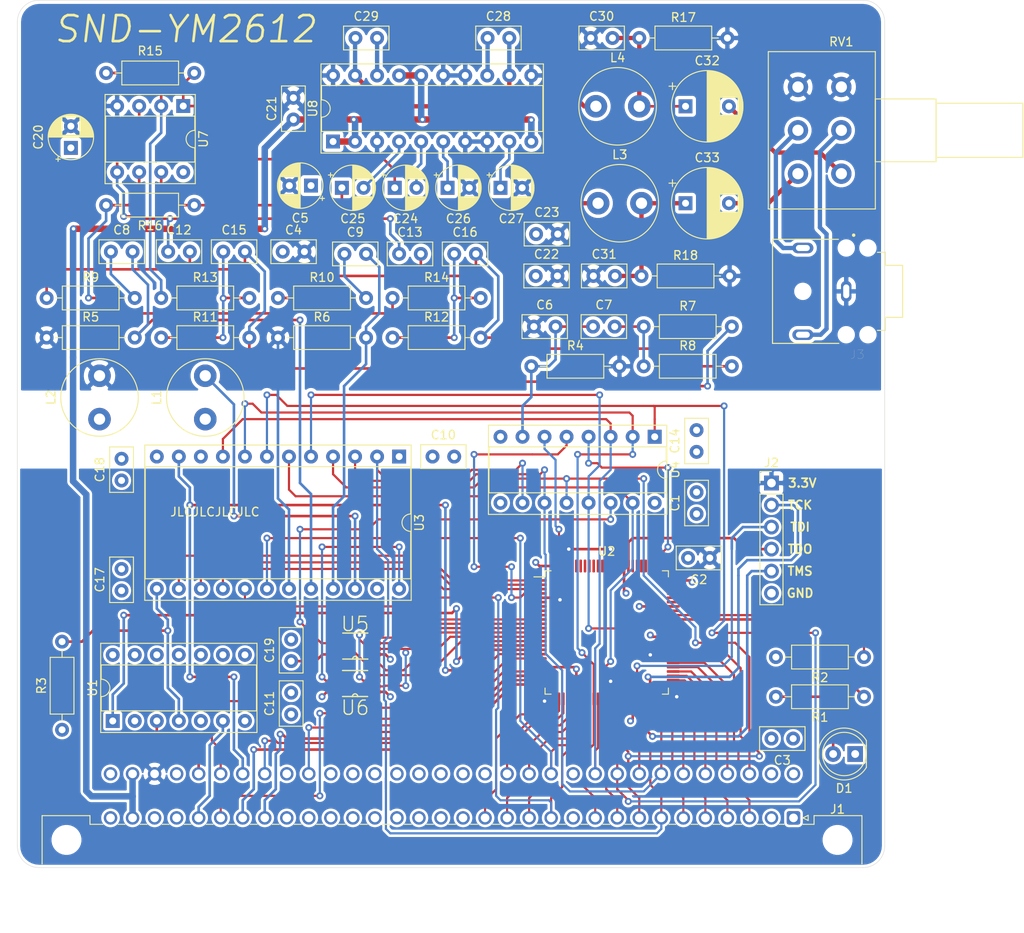
<source format=kicad_pcb>
(kicad_pcb (version 20171130) (host pcbnew "(5.1.10)-1")
  (layers (0 F.Cu signal) (1 In1.Cu power) (2 In2.Cu power) (31 B.Cu signal) (34 B.Paste user) (35 F.Paste user) (36 B.SilkS user) (37 F.SilkS user) (38 B.Mask user) (39 F.Mask user) (44 Edge.Cuts user))
  (net 0 "")
  (net 1 /Audio/MOR)
  (net 2 /Audio/MOL)
  (net 3 GND)
  (net 4 +5V)
  (net 5 GNDA)
  (net 6 +5VA)
  (net 7 /Audio/SN_OUT)
  (net 8 /Audio/2.5V)
  (net 9 /Audio/AUDIO_OUT_R)
  (net 10 /Amplifier/AUDIO_L)
  (net 11 "Net-(C26-Pad1)")
  (net 12 "Net-(C27-Pad1)")
  (net 13 "Net-(C28-Pad1)")
  (net 14 "Net-(C29-Pad1)")
  (net 15 "Net-(C30-Pad2)")
  (net 16 "Net-(C31-Pad2)")
  (net 17 "Net-(D1-Pad2)")
  (net 18 +12V)
  (net 19 +3V3)
  (net 20 "Net-(J1-PadC28)")
  (net 21 /CS_DATA)
  (net 22 /~RESET)
  (net 23 /~UDS)
  (net 24 /SYS_CLK)
  (net 25 "Net-(J1-PadC22)")
  (net 26 "Net-(J1-PadC21)")
  (net 27 "Net-(J1-PadC20)")
  (net 28 "Net-(J1-PadC19)")
  (net 29 "Net-(J1-PadC18)")
  (net 30 "Net-(J1-PadC17)")
  (net 31 "Net-(J1-PadC16)")
  (net 32 "Net-(J1-PadC15)")
  (net 33 /A6)
  (net 34 /A4)
  (net 35 /A2)
  (net 36 /D15)
  (net 37 /D13)
  (net 38 /D11)
  (net 39 /D9)
  (net 40 /D7)
  (net 41 /D5)
  (net 42 /D3)
  (net 43 /D1)
  (net 44 "Net-(J1-PadC2)")
  (net 45 "Net-(J1-PadA30)")
  (net 46 "Net-(J1-PadA29)")
  (net 47 "Net-(J1-PadA28)")
  (net 48 /CS_REG)
  (net 49 /RD~WR)
  (net 50 /~LDS)
  (net 51 "Net-(J1-PadA23)")
  (net 52 "Net-(J1-PadA22)")
  (net 53 "Net-(J1-PadA21)")
  (net 54 "Net-(J1-PadA20)")
  (net 55 "Net-(J1-PadA19)")
  (net 56 "Net-(J1-PadA18)")
  (net 57 "Net-(J1-PadA17)")
  (net 58 "Net-(J1-PadA16)")
  (net 59 /A7)
  (net 60 /A5)
  (net 61 /A3)
  (net 62 /A1)
  (net 63 /D14)
  (net 64 /D12)
  (net 65 /D10)
  (net 66 /D8)
  (net 67 /D6)
  (net 68 /D4)
  (net 69 /D2)
  (net 70 /D0)
  (net 71 "Net-(J2-Pad4)")
  (net 72 "Net-(J3-Pad3)")
  (net 73 "Net-(J3-Pad2)")
  (net 74 /LED)
  (net 75 /SPI_DI)
  (net 76 /IRQ)
  (net 77 "Net-(R13-Pad1)")
  (net 78 "Net-(R14-Pad1)")
  (net 79 "Net-(U1-Pad11)")
  (net 80 "Net-(U1-Pad8)")
  (net 81 /~DTACK)
  (net 82 /~YMRD)
  (net 83 "Net-(U2-Pad96)")
  (net 84 "Net-(U2-Pad95)")
  (net 85 "Net-(U2-Pad94)")
  (net 86 "Net-(U2-Pad93)")
  (net 87 "Net-(U2-Pad92)")
  (net 88 "Net-(U2-Pad91)")
  (net 89 "Net-(U2-Pad90)")
  (net 90 /SNCLK_EN)
  (net 91 /YMCLK_EN)
  (net 92 "Net-(U2-Pad86)")
  (net 93 "Net-(U2-Pad85)")
  (net 94 "Net-(U2-Pad82)")
  (net 95 "Net-(U2-Pad81)")
  (net 96 "Net-(U2-Pad80)")
  (net 97 "Net-(U2-Pad79)")
  (net 98 "Net-(U2-Pad78)")
  (net 99 "Net-(U2-Pad77)")
  (net 100 "Net-(U2-Pad74)")
  (net 101 "Net-(U2-Pad73)")
  (net 102 "Net-(U2-Pad72)")
  (net 103 "Net-(U2-Pad71)")
  (net 104 "Net-(U2-Pad70)")
  (net 105 "Net-(U2-Pad68)")
  (net 106 "Net-(U2-Pad65)")
  (net 107 "Net-(U2-Pad64)")
  (net 108 "Net-(U2-Pad63)")
  (net 109 "Net-(U2-Pad61)")
  (net 110 "Net-(U2-Pad60)")
  (net 111 "Net-(U2-Pad43)")
  (net 112 "Net-(U2-Pad42)")
  (net 113 /SPI_DO)
  (net 114 /SPI_CLK)
  (net 115 /CS_YMCLK)
  (net 116 /CS_SNCLK)
  (net 117 "Net-(U2-Pad7)")
  (net 118 /SNRDY)
  (net 119 /~SNWE)
  (net 120 /~SNCS)
  (net 121 /~YMCS)
  (net 122 /~YMWR)
  (net 123 /Audio/YM_CLK)
  (net 124 "Net-(U3-Pad10)")
  (net 125 /Audio/PSG_CLK)
  (net 126 "Net-(U4-Pad9)")
  (net 127 "Net-(U5-Pad5)")
  (net 128 "Net-(U6-Pad5)")
  (net 129 "Net-(C8-Pad1)")
  (net 130 "Net-(C9-Pad1)")
  (net 131 "Net-(C12-Pad2)")
  (net 132 "Net-(C13-Pad2)")
  (net 133 "Net-(C15-Pad1)")
  (net 134 "Net-(C16-Pad1)")
  (net 135 "Net-(C24-Pad2)")
  (net 136 "Net-(C25-Pad2)")
  (net 137 "Net-(C28-Pad2)")
  (net 138 "Net-(C29-Pad2)")
  (net 139 "Net-(C32-Pad2)")
  (net 140 "Net-(C33-Pad2)")
  (net 141 "Net-(C7-Pad2)")
  (net 142 "Net-(U2-Pad97)")
  (net 143 "Net-(U2-Pad20)")
  (net 144 "Net-(U2-Pad9)")
  (net 145 "Net-(U2-Pad8)")
  (net 146 "Net-(U2-Pad6)")
  (net 147 "Net-(U2-Pad89)")
  (net 148 "Net-(U2-Pad87)")
  (net 149 "Net-(J2-Pad5)")
  (net 150 "Net-(J2-Pad3)")
  (net 151 "Net-(J2-Pad2)")
  (module Connector_PinHeader_2.54mm:PinHeader_1x06_P2.54mm_Vertical (layer F.Cu) (at 186.944 105.664)
    (fp_text reference J2 (at 0 -2.33) (layer F.SilkS))
    (fp_text value JTAG)
    (pad 6 thru_hole oval (at 0 12.7) (size 1.7 1.7) (drill 1) (layers *.Cu *.Mask) (net 3 GND))
    (pad 5 thru_hole oval (at 0 10.16) (size 1.7 1.7) (drill 1) (layers *.Cu *.Mask) (net 149 "Net-(J2-Pad5)"))
    (pad 4 thru_hole oval (at 0 7.62) (size 1.7 1.7) (drill 1) (layers *.Cu *.Mask) (net 71 "Net-(J2-Pad4)"))
    (pad 3 thru_hole oval (at 0 5.08) (size 1.7 1.7) (drill 1) (layers *.Cu *.Mask) (net 150 "Net-(J2-Pad3)"))
    (pad 2 thru_hole oval (at 0 2.54) (size 1.7 1.7) (drill 1) (layers *.Cu *.Mask) (net 151 "Net-(J2-Pad2)"))
    (pad 1 thru_hole rect (at 0 0) (size 1.7 1.7) (drill 1) (layers *.Cu *.Mask) (net 19 +3V3))
  )
  (module Ddraig:SWITCHCRAFT_35RAPC2BHN2 (layer F.Cu) (at 194.564 83.566 180)
    (fp_text reference J3 (at -2.2758 -7.2836) (layer F.SilkS) (effects (font (thickness 0.015))))
    (fp_text value 35RAPC2BHN2)
    (pad None np_thru_hole circle (at -3.5 -5 180) (size 1.2 1.2) (drill 1.2) (layers *.Cu *.Mask))
    (pad None np_thru_hole circle (at -3.5 5 180) (size 1.2 1.2) (drill 1.2) (layers *.Cu *.Mask))
    (pad None np_thru_hole circle (at -1 5 180) (size 1.2 1.2) (drill 1.2) (layers *.Cu *.Mask))
    (pad None np_thru_hole circle (at -1 -5 180) (size 1.2 1.2) (drill 1.2) (layers *.Cu *.Mask))
    (pad None np_thru_hole circle (at 4 0 180) (size 1.2 1.2) (drill 1.2) (layers *.Cu *.Mask))
    (pad 3 thru_hole oval (at 4 -5 180) (size 2.416 1.208) (drill oval 1.6 0.7) (layers *.Cu *.Mask) (net 72 "Net-(J3-Pad3)"))
    (pad 2 thru_hole oval (at 4 5 180) (size 2.416 1.208) (drill oval 1.6 0.7) (layers *.Cu *.Mask) (net 73 "Net-(J3-Pad2)"))
    (pad 1 thru_hole oval (at -1 0 180) (size 1.208 2.416) (drill oval 0.7 1.6) (layers *.Cu *.Mask) (net 5 GNDA))
  )
  (module Ddraig:SOP65P490X110-8N (layer F.Cu) (at 138.938 128.778 180)
    (fp_text reference U6 (at 0 -2.794) (layer F.SilkS) (effects (font (size 1.643213 1.643213))))
    (fp_text value LTC690x)
    (pad 8 smd rect (at 2.2606 -0.9652 180) (size 1.397 0.4318) (layers F.Cu F.Paste F.Mask) (net 4 +5V))
    (pad 7 smd rect (at 2.2606 -0.3302 180) (size 1.397 0.4318) (layers F.Cu F.Paste F.Mask) (net 91 /YMCLK_EN))
    (pad 6 smd rect (at 2.2606 0.3302 180) (size 1.397 0.4318) (layers F.Cu F.Paste F.Mask) (net 123 /Audio/YM_CLK))
    (pad 5 smd rect (at 2.2606 0.9652 180) (size 1.397 0.4318) (layers F.Cu F.Paste F.Mask) (net 128 "Net-(U6-Pad5)"))
    (pad 4 smd rect (at -2.2606 0.9652 180) (size 1.397 0.4318) (layers F.Cu F.Paste F.Mask) (net 115 /CS_YMCLK))
    (pad 3 smd rect (at -2.2606 0.3302 180) (size 1.397 0.4318) (layers F.Cu F.Paste F.Mask) (net 114 /SPI_CLK))
    (pad 2 smd rect (at -2.2606 -0.3302 180) (size 1.397 0.4318) (layers F.Cu F.Paste F.Mask) (net 113 /SPI_DO))
    (pad 1 smd rect (at -2.2606 -0.9652 180) (size 1.397 0.4318) (layers F.Cu F.Paste F.Mask) (net 3 GND))
  )
  (module Ddraig:SOP65P490X110-8N (layer F.Cu) (at 138.9634 124.46 180)
    (fp_text reference U5 (at 0.0254 2.54) (layer F.SilkS) (effects (font (size 1.643213 1.643213))))
    (fp_text value LTC690x)
    (pad 8 smd rect (at 2.2606 -0.9652 180) (size 1.397 0.4318) (layers F.Cu F.Paste F.Mask) (net 4 +5V))
    (pad 7 smd rect (at 2.2606 -0.3302 180) (size 1.397 0.4318) (layers F.Cu F.Paste F.Mask) (net 90 /SNCLK_EN))
    (pad 6 smd rect (at 2.2606 0.3302 180) (size 1.397 0.4318) (layers F.Cu F.Paste F.Mask) (net 125 /Audio/PSG_CLK))
    (pad 5 smd rect (at 2.2606 0.9652 180) (size 1.397 0.4318) (layers F.Cu F.Paste F.Mask) (net 127 "Net-(U5-Pad5)"))
    (pad 4 smd rect (at -2.2606 0.9652 180) (size 1.397 0.4318) (layers F.Cu F.Paste F.Mask) (net 116 /CS_SNCLK))
    (pad 3 smd rect (at -2.2606 0.3302 180) (size 1.397 0.4318) (layers F.Cu F.Paste F.Mask) (net 114 /SPI_CLK))
    (pad 2 smd rect (at -2.2606 -0.3302 180) (size 1.397 0.4318) (layers F.Cu F.Paste F.Mask) (net 113 /SPI_DO))
    (pad 1 smd rect (at -2.2606 -0.9652 180) (size 1.397 0.4318) (layers F.Cu F.Paste F.Mask) (net 3 GND))
  )
  (module Package_DIP:DIP-20_W7.62mm_Socket (layer F.Cu) (at 136.398 66.294 90)
    (fp_text reference U8 (at 3.81 -2.33 90) (layer F.SilkS))
    (fp_text value TPA3122D2)
    (pad 20 thru_hole oval (at 7.62 0 90) (size 1.6 1.6) (drill 0.8) (layers *.Cu *.Mask) (net 5 GNDA))
    (pad 10 thru_hole oval (at 0 22.86 90) (size 1.6 1.6) (drill 0.8) (layers *.Cu *.Mask) (net 18 +12V))
    (pad 19 thru_hole oval (at 7.62 2.54 90) (size 1.6 1.6) (drill 0.8) (layers *.Cu *.Mask) (net 14 "Net-(C29-Pad1)"))
    (pad 9 thru_hole oval (at 0 20.32 90) (size 1.6 1.6) (drill 0.8) (layers *.Cu *.Mask) (net 12 "Net-(C27-Pad1)"))
    (pad 18 thru_hole oval (at 7.62 5.08 90) (size 1.6 1.6) (drill 0.8) (layers *.Cu *.Mask) (net 138 "Net-(C29-Pad2)"))
    (pad 8 thru_hole oval (at 0 17.78 90) (size 1.6 1.6) (drill 0.8) (layers *.Cu *.Mask) (net 5 GNDA))
    (pad 17 thru_hole oval (at 7.62 7.62 90) (size 1.6 1.6) (drill 0.8) (layers *.Cu *.Mask) (net 18 +12V))
    (pad 7 thru_hole oval (at 0 15.24 90) (size 1.6 1.6) (drill 0.8) (layers *.Cu *.Mask) (net 5 GNDA))
    (pad 16 thru_hole oval (at 7.62 10.16 90) (size 1.6 1.6) (drill 0.8) (layers *.Cu *.Mask) (net 18 +12V))
    (pad 6 thru_hole oval (at 0 12.7 90) (size 1.6 1.6) (drill 0.8) (layers *.Cu *.Mask) (net 11 "Net-(C26-Pad1)"))
    (pad 15 thru_hole oval (at 7.62 12.7 90) (size 1.6 1.6) (drill 0.8) (layers *.Cu *.Mask) (net 5 GNDA))
    (pad 5 thru_hole oval (at 0 10.16 90) (size 1.6 1.6) (drill 0.8) (layers *.Cu *.Mask) (net 135 "Net-(C24-Pad2)"))
    (pad 14 thru_hole oval (at 7.62 15.24 90) (size 1.6 1.6) (drill 0.8) (layers *.Cu *.Mask) (net 5 GNDA))
    (pad 4 thru_hole oval (at 0 7.62 90) (size 1.6 1.6) (drill 0.8) (layers *.Cu *.Mask) (net 136 "Net-(C25-Pad2)"))
    (pad 13 thru_hole oval (at 7.62 17.78 90) (size 1.6 1.6) (drill 0.8) (layers *.Cu *.Mask) (net 13 "Net-(C28-Pad1)"))
    (pad 3 thru_hole oval (at 0 5.08 90) (size 1.6 1.6) (drill 0.8) (layers *.Cu *.Mask) (net 5 GNDA))
    (pad 12 thru_hole oval (at 7.62 20.32 90) (size 1.6 1.6) (drill 0.8) (layers *.Cu *.Mask) (net 137 "Net-(C28-Pad2)"))
    (pad 2 thru_hole oval (at 0 2.54 90) (size 1.6 1.6) (drill 0.8) (layers *.Cu *.Mask) (net 18 +12V))
    (pad 11 thru_hole oval (at 7.62 22.86 90) (size 1.6 1.6) (drill 0.8) (layers *.Cu *.Mask) (net 5 GNDA))
    (pad 1 thru_hole rect (at 0 0 90) (size 1.6 1.6) (drill 0.8) (layers *.Cu *.Mask) (net 18 +12V))
  )
  (module Package_DIP:DIP-8_W7.62mm_Socket (layer F.Cu) (at 119.126 62.198 270)
    (fp_text reference U7 (at 3.81 -2.33 90) (layer F.SilkS))
    (fp_text value TL062)
    (pad 8 thru_hole oval (at 7.62 0 270) (size 1.6 1.6) (drill 0.8) (layers *.Cu *.Mask) (net 6 +5VA))
    (pad 4 thru_hole oval (at 0 7.62 270) (size 1.6 1.6) (drill 0.8) (layers *.Cu *.Mask) (net 5 GNDA))
    (pad 7 thru_hole oval (at 7.62 2.54 270) (size 1.6 1.6) (drill 0.8) (layers *.Cu *.Mask) (net 10 /Amplifier/AUDIO_L))
    (pad 3 thru_hole oval (at 0 5.08 270) (size 1.6 1.6) (drill 0.8) (layers *.Cu *.Mask) (net 8 /Audio/2.5V))
    (pad 6 thru_hole oval (at 7.62 5.08 270) (size 1.6 1.6) (drill 0.8) (layers *.Cu *.Mask) (net 78 "Net-(R14-Pad1)"))
    (pad 2 thru_hole oval (at 0 2.54 270) (size 1.6 1.6) (drill 0.8) (layers *.Cu *.Mask) (net 77 "Net-(R13-Pad1)"))
    (pad 5 thru_hole oval (at 7.62 7.62 270) (size 1.6 1.6) (drill 0.8) (layers *.Cu *.Mask) (net 8 /Audio/2.5V))
    (pad 1 thru_hole rect (at 0 0 270) (size 1.6 1.6) (drill 0.8) (layers *.Cu *.Mask) (net 9 /Audio/AUDIO_OUT_R))
  )
  (module Package_DIP:DIP-16_W7.62mm_Socket (layer F.Cu) (at 173.482 100.33 270)
    (fp_text reference U4 (at 3.81 -2.33 90) (layer F.SilkS))
    (fp_text value SN76489)
    (pad 16 thru_hole oval (at 7.62 0 270) (size 1.6 1.6) (drill 0.8) (layers *.Cu *.Mask) (net 4 +5V))
    (pad 8 thru_hole oval (at 0 17.78 270) (size 1.6 1.6) (drill 0.8) (layers *.Cu *.Mask) (net 3 GND))
    (pad 15 thru_hole oval (at 7.62 2.54 270) (size 1.6 1.6) (drill 0.8) (layers *.Cu *.Mask) (net 64 /D12))
    (pad 7 thru_hole oval (at 0 15.24 270) (size 1.6 1.6) (drill 0.8) (layers *.Cu *.Mask) (net 7 /Audio/SN_OUT))
    (pad 14 thru_hole oval (at 7.62 5.08 270) (size 1.6 1.6) (drill 0.8) (layers *.Cu *.Mask) (net 125 /Audio/PSG_CLK))
    (pad 6 thru_hole oval (at 0 12.7 270) (size 1.6 1.6) (drill 0.8) (layers *.Cu *.Mask) (net 120 /~SNCS))
    (pad 13 thru_hole oval (at 7.62 7.62 270) (size 1.6 1.6) (drill 0.8) (layers *.Cu *.Mask) (net 38 /D11))
    (pad 5 thru_hole oval (at 0 10.16 270) (size 1.6 1.6) (drill 0.8) (layers *.Cu *.Mask) (net 119 /~SNWE))
    (pad 12 thru_hole oval (at 7.62 10.16 270) (size 1.6 1.6) (drill 0.8) (layers *.Cu *.Mask) (net 65 /D10))
    (pad 4 thru_hole oval (at 0 7.62 270) (size 1.6 1.6) (drill 0.8) (layers *.Cu *.Mask) (net 118 /SNRDY))
    (pad 11 thru_hole oval (at 7.62 12.7 270) (size 1.6 1.6) (drill 0.8) (layers *.Cu *.Mask) (net 39 /D9))
    (pad 3 thru_hole oval (at 0 5.08 270) (size 1.6 1.6) (drill 0.8) (layers *.Cu *.Mask) (net 36 /D15))
    (pad 10 thru_hole oval (at 7.62 15.24 270) (size 1.6 1.6) (drill 0.8) (layers *.Cu *.Mask) (net 66 /D8))
    (pad 2 thru_hole oval (at 0 2.54 270) (size 1.6 1.6) (drill 0.8) (layers *.Cu *.Mask) (net 63 /D14))
    (pad 9 thru_hole oval (at 7.62 17.78 270) (size 1.6 1.6) (drill 0.8) (layers *.Cu *.Mask) (net 126 "Net-(U4-Pad9)"))
    (pad 1 thru_hole rect (at 0 0 270) (size 1.6 1.6) (drill 0.8) (layers *.Cu *.Mask) (net 37 /D13))
  )
  (module Package_DIP:DIP-24_W15.24mm_Socket (layer F.Cu) (at 144.018 102.616 270)
    (fp_text reference U3 (at 7.62 -2.33 90) (layer F.SilkS))
    (fp_text value YM2612)
    (pad 24 thru_hole oval (at 15.24 0 270) (size 1.6 1.6) (drill 0.8) (layers *.Cu *.Mask) (net 123 /Audio/YM_CLK))
    (pad 12 thru_hole oval (at 0 27.94 270) (size 1.6 1.6) (drill 0.8) (layers *.Cu *.Mask) (net 3 GND))
    (pad 23 thru_hole oval (at 15.24 2.54 270) (size 1.6 1.6) (drill 0.8) (layers *.Cu *.Mask) (net 4 +5V))
    (pad 11 thru_hole oval (at 0 25.4 270) (size 1.6 1.6) (drill 0.8) (layers *.Cu *.Mask) (net 22 /~RESET))
    (pad 22 thru_hole oval (at 15.24 5.08 270) (size 1.6 1.6) (drill 0.8) (layers *.Cu *.Mask) (net 6 +5VA))
    (pad 10 thru_hole oval (at 0 22.86 270) (size 1.6 1.6) (drill 0.8) (layers *.Cu *.Mask) (net 124 "Net-(U3-Pad10)"))
    (pad 21 thru_hole oval (at 15.24 7.62 270) (size 1.6 1.6) (drill 0.8) (layers *.Cu *.Mask) (net 2 /Audio/MOL))
    (pad 9 thru_hole oval (at 0 20.32 270) (size 1.6 1.6) (drill 0.8) (layers *.Cu *.Mask) (net 36 /D15))
    (pad 20 thru_hole oval (at 15.24 10.16 270) (size 1.6 1.6) (drill 0.8) (layers *.Cu *.Mask) (net 1 /Audio/MOR))
    (pad 8 thru_hole oval (at 0 17.78 270) (size 1.6 1.6) (drill 0.8) (layers *.Cu *.Mask) (net 63 /D14))
    (pad 19 thru_hole oval (at 15.24 12.7 270) (size 1.6 1.6) (drill 0.8) (layers *.Cu *.Mask) (net 5 GNDA))
    (pad 7 thru_hole oval (at 0 15.24 270) (size 1.6 1.6) (drill 0.8) (layers *.Cu *.Mask) (net 37 /D13))
    (pad 18 thru_hole oval (at 15.24 15.24 270) (size 1.6 1.6) (drill 0.8) (layers *.Cu *.Mask) (net 35 /A2))
    (pad 6 thru_hole oval (at 0 12.7 270) (size 1.6 1.6) (drill 0.8) (layers *.Cu *.Mask) (net 64 /D12))
    (pad 17 thru_hole oval (at 15.24 17.78 270) (size 1.6 1.6) (drill 0.8) (layers *.Cu *.Mask) (net 62 /A1))
    (pad 5 thru_hole oval (at 0 10.16 270) (size 1.6 1.6) (drill 0.8) (layers *.Cu *.Mask) (net 38 /D11))
    (pad 16 thru_hole oval (at 15.24 20.32 270) (size 1.6 1.6) (drill 0.8) (layers *.Cu *.Mask) (net 82 /~YMRD))
    (pad 4 thru_hole oval (at 0 7.62 270) (size 1.6 1.6) (drill 0.8) (layers *.Cu *.Mask) (net 65 /D10))
    (pad 15 thru_hole oval (at 15.24 22.86 270) (size 1.6 1.6) (drill 0.8) (layers *.Cu *.Mask) (net 122 /~YMWR))
    (pad 3 thru_hole oval (at 0 5.08 270) (size 1.6 1.6) (drill 0.8) (layers *.Cu *.Mask) (net 39 /D9))
    (pad 14 thru_hole oval (at 15.24 25.4 270) (size 1.6 1.6) (drill 0.8) (layers *.Cu *.Mask) (net 121 /~YMCS))
    (pad 2 thru_hole oval (at 0 2.54 270) (size 1.6 1.6) (drill 0.8) (layers *.Cu *.Mask) (net 66 /D8))
    (pad 13 thru_hole oval (at 15.24 27.94 270) (size 1.6 1.6) (drill 0.8) (layers *.Cu *.Mask) (net 76 /IRQ))
    (pad 1 thru_hole rect (at 0 0 270) (size 1.6 1.6) (drill 0.8) (layers *.Cu *.Mask) (net 3 GND))
  )
  (module Package_QFP:TQFP-100_14x14mm_P0.5mm (layer F.Cu) (at 167.95 122.8935)
    (fp_text reference U2 (at 0 -9.35) (layer F.SilkS))
    (fp_text value XC95144XL-TQ100)
    (pad 100 smd roundrect (at -6 -7.6625) (size 0.3 1.475) (layers F.Cu F.Paste F.Mask) (net 3 GND))
    (pad 99 smd roundrect (at -5.5 -7.6625) (size 0.3 1.475) (layers F.Cu F.Paste F.Mask) (net 120 /~SNCS))
    (pad 98 smd roundrect (at -5 -7.6625) (size 0.3 1.475) (layers F.Cu F.Paste F.Mask) (net 19 +3V3))
    (pad 97 smd roundrect (at -4.5 -7.6625) (size 0.3 1.475) (layers F.Cu F.Paste F.Mask) (net 142 "Net-(U2-Pad97)"))
    (pad 96 smd roundrect (at -4 -7.6625) (size 0.3 1.475) (layers F.Cu F.Paste F.Mask) (net 83 "Net-(U2-Pad96)"))
    (pad 95 smd roundrect (at -3.5 -7.6625) (size 0.3 1.475) (layers F.Cu F.Paste F.Mask) (net 84 "Net-(U2-Pad95)"))
    (pad 94 smd roundrect (at -3 -7.6625) (size 0.3 1.475) (layers F.Cu F.Paste F.Mask) (net 85 "Net-(U2-Pad94)"))
    (pad 93 smd roundrect (at -2.5 -7.6625) (size 0.3 1.475) (layers F.Cu F.Paste F.Mask) (net 86 "Net-(U2-Pad93)"))
    (pad 92 smd roundrect (at -2 -7.6625) (size 0.3 1.475) (layers F.Cu F.Paste F.Mask) (net 87 "Net-(U2-Pad92)"))
    (pad 91 smd roundrect (at -1.5 -7.6625) (size 0.3 1.475) (layers F.Cu F.Paste F.Mask) (net 88 "Net-(U2-Pad91)"))
    (pad 90 smd roundrect (at -1 -7.6625) (size 0.3 1.475) (layers F.Cu F.Paste F.Mask) (net 89 "Net-(U2-Pad90)"))
    (pad 89 smd roundrect (at -0.5 -7.6625) (size 0.3 1.475) (layers F.Cu F.Paste F.Mask) (net 147 "Net-(U2-Pad89)"))
    (pad 88 smd roundrect (at 0 -7.6625) (size 0.3 1.475) (layers F.Cu F.Paste F.Mask) (net 19 +3V3))
    (pad 87 smd roundrect (at 0.5 -7.6625) (size 0.3 1.475) (layers F.Cu F.Paste F.Mask) (net 148 "Net-(U2-Pad87)"))
    (pad 86 smd roundrect (at 1 -7.6625) (size 0.3 1.475) (layers F.Cu F.Paste F.Mask) (net 92 "Net-(U2-Pad86)"))
    (pad 85 smd roundrect (at 1.5 -7.6625) (size 0.3 1.475) (layers F.Cu F.Paste F.Mask) (net 93 "Net-(U2-Pad85)"))
    (pad 84 smd roundrect (at 2 -7.6625) (size 0.3 1.475) (layers F.Cu F.Paste F.Mask) (net 3 GND))
    (pad 83 smd roundrect (at 2.5 -7.6625) (size 0.3 1.475) (layers F.Cu F.Paste F.Mask) (net 71 "Net-(J2-Pad4)"))
    (pad 82 smd roundrect (at 3 -7.6625) (size 0.3 1.475) (layers F.Cu F.Paste F.Mask) (net 94 "Net-(U2-Pad82)"))
    (pad 81 smd roundrect (at 3.5 -7.6625) (size 0.3 1.475) (layers F.Cu F.Paste F.Mask) (net 95 "Net-(U2-Pad81)"))
    (pad 80 smd roundrect (at 4 -7.6625) (size 0.3 1.475) (layers F.Cu F.Paste F.Mask) (net 96 "Net-(U2-Pad80)"))
    (pad 79 smd roundrect (at 4.5 -7.6625) (size 0.3 1.475) (layers F.Cu F.Paste F.Mask) (net 97 "Net-(U2-Pad79)"))
    (pad 78 smd roundrect (at 5 -7.6625) (size 0.3 1.475) (layers F.Cu F.Paste F.Mask) (net 98 "Net-(U2-Pad78)"))
    (pad 77 smd roundrect (at 5.5 -7.6625) (size 0.3 1.475) (layers F.Cu F.Paste F.Mask) (net 99 "Net-(U2-Pad77)"))
    (pad 76 smd roundrect (at 6 -7.6625) (size 0.3 1.475) (layers F.Cu F.Paste F.Mask) (net 118 /SNRDY))
    (pad 75 smd roundrect (at 7.6625 -6) (size 1.475 0.3) (layers F.Cu F.Paste F.Mask) (net 3 GND))
    (pad 74 smd roundrect (at 7.6625 -5.5) (size 1.475 0.3) (layers F.Cu F.Paste F.Mask) (net 100 "Net-(U2-Pad74)"))
    (pad 73 smd roundrect (at 7.6625 -5) (size 1.475 0.3) (layers F.Cu F.Paste F.Mask) (net 101 "Net-(U2-Pad73)"))
    (pad 72 smd roundrect (at 7.6625 -4.5) (size 1.475 0.3) (layers F.Cu F.Paste F.Mask) (net 102 "Net-(U2-Pad72)"))
    (pad 71 smd roundrect (at 7.6625 -4) (size 1.475 0.3) (layers F.Cu F.Paste F.Mask) (net 103 "Net-(U2-Pad71)"))
    (pad 70 smd roundrect (at 7.6625 -3.5) (size 1.475 0.3) (layers F.Cu F.Paste F.Mask) (net 104 "Net-(U2-Pad70)"))
    (pad 69 smd roundrect (at 7.6625 -3) (size 1.475 0.3) (layers F.Cu F.Paste F.Mask) (net 3 GND))
    (pad 68 smd roundrect (at 7.6625 -2.5) (size 1.475 0.3) (layers F.Cu F.Paste F.Mask) (net 105 "Net-(U2-Pad68)"))
    (pad 67 smd roundrect (at 7.6625 -2) (size 1.475 0.3) (layers F.Cu F.Paste F.Mask) (net 75 /SPI_DI))
    (pad 66 smd roundrect (at 7.6625 -1.5) (size 1.475 0.3) (layers F.Cu F.Paste F.Mask) (net 74 /LED))
    (pad 65 smd roundrect (at 7.6625 -1) (size 1.475 0.3) (layers F.Cu F.Paste F.Mask) (net 106 "Net-(U2-Pad65)"))
    (pad 64 smd roundrect (at 7.6625 -0.5) (size 1.475 0.3) (layers F.Cu F.Paste F.Mask) (net 107 "Net-(U2-Pad64)"))
    (pad 63 smd roundrect (at 7.6625 0) (size 1.475 0.3) (layers F.Cu F.Paste F.Mask) (net 108 "Net-(U2-Pad63)"))
    (pad 62 smd roundrect (at 7.6625 0.5) (size 1.475 0.3) (layers F.Cu F.Paste F.Mask) (net 3 GND))
    (pad 61 smd roundrect (at 7.6625 1) (size 1.475 0.3) (layers F.Cu F.Paste F.Mask) (net 109 "Net-(U2-Pad61)"))
    (pad 60 smd roundrect (at 7.6625 1.5) (size 1.475 0.3) (layers F.Cu F.Paste F.Mask) (net 110 "Net-(U2-Pad60)"))
    (pad 59 smd roundrect (at 7.6625 2) (size 1.475 0.3) (layers F.Cu F.Paste F.Mask) (net 43 /D1))
    (pad 58 smd roundrect (at 7.6625 2.5) (size 1.475 0.3) (layers F.Cu F.Paste F.Mask) (net 70 /D0))
    (pad 57 smd roundrect (at 7.6625 3) (size 1.475 0.3) (layers F.Cu F.Paste F.Mask) (net 19 +3V3))
    (pad 56 smd roundrect (at 7.6625 3.5) (size 1.475 0.3) (layers F.Cu F.Paste F.Mask) (net 42 /D3))
    (pad 55 smd roundrect (at 7.6625 4) (size 1.475 0.3) (layers F.Cu F.Paste F.Mask) (net 69 /D2))
    (pad 54 smd roundrect (at 7.6625 4.5) (size 1.475 0.3) (layers F.Cu F.Paste F.Mask) (net 41 /D5))
    (pad 53 smd roundrect (at 7.6625 5) (size 1.475 0.3) (layers F.Cu F.Paste F.Mask) (net 68 /D4))
    (pad 52 smd roundrect (at 7.6625 5.5) (size 1.475 0.3) (layers F.Cu F.Paste F.Mask) (net 40 /D7))
    (pad 51 smd roundrect (at 7.6625 6) (size 1.475 0.3) (layers F.Cu F.Paste F.Mask) (net 19 +3V3))
    (pad 50 smd roundrect (at 6 7.6625) (size 0.3 1.475) (layers F.Cu F.Paste F.Mask) (net 67 /D6))
    (pad 49 smd roundrect (at 5.5 7.6625) (size 0.3 1.475) (layers F.Cu F.Paste F.Mask) (net 39 /D9))
    (pad 48 smd roundrect (at 5 7.6625) (size 0.3 1.475) (layers F.Cu F.Paste F.Mask) (net 151 "Net-(J2-Pad2)"))
    (pad 47 smd roundrect (at 4.5 7.6625) (size 0.3 1.475) (layers F.Cu F.Paste F.Mask) (net 149 "Net-(J2-Pad5)"))
    (pad 46 smd roundrect (at 4 7.6625) (size 0.3 1.475) (layers F.Cu F.Paste F.Mask) (net 66 /D8))
    (pad 45 smd roundrect (at 3.5 7.6625) (size 0.3 1.475) (layers F.Cu F.Paste F.Mask) (net 150 "Net-(J2-Pad3)"))
    (pad 44 smd roundrect (at 3 7.6625) (size 0.3 1.475) (layers F.Cu F.Paste F.Mask) (net 3 GND))
    (pad 43 smd roundrect (at 2.5 7.6625) (size 0.3 1.475) (layers F.Cu F.Paste F.Mask) (net 111 "Net-(U2-Pad43)"))
    (pad 42 smd roundrect (at 2 7.6625) (size 0.3 1.475) (layers F.Cu F.Paste F.Mask) (net 112 "Net-(U2-Pad42)"))
    (pad 41 smd roundrect (at 1.5 7.6625) (size 0.3 1.475) (layers F.Cu F.Paste F.Mask) (net 38 /D11))
    (pad 40 smd roundrect (at 1 7.6625) (size 0.3 1.475) (layers F.Cu F.Paste F.Mask) (net 65 /D10))
    (pad 39 smd roundrect (at 0.5 7.6625) (size 0.3 1.475) (layers F.Cu F.Paste F.Mask) (net 37 /D13))
    (pad 38 smd roundrect (at 0 7.6625) (size 0.3 1.475) (layers F.Cu F.Paste F.Mask) (net 19 +3V3))
    (pad 37 smd roundrect (at -0.5 7.6625) (size 0.3 1.475) (layers F.Cu F.Paste F.Mask) (net 64 /D12))
    (pad 36 smd roundrect (at -1 7.6625) (size 0.3 1.475) (layers F.Cu F.Paste F.Mask) (net 36 /D15))
    (pad 35 smd roundrect (at -1.5 7.6625) (size 0.3 1.475) (layers F.Cu F.Paste F.Mask) (net 63 /D14))
    (pad 34 smd roundrect (at -2 7.6625) (size 0.3 1.475) (layers F.Cu F.Paste F.Mask) (net 62 /A1))
    (pad 33 smd roundrect (at -2.5 7.6625) (size 0.3 1.475) (layers F.Cu F.Paste F.Mask) (net 35 /A2))
    (pad 32 smd roundrect (at -3 7.6625) (size 0.3 1.475) (layers F.Cu F.Paste F.Mask) (net 61 /A3))
    (pad 31 smd roundrect (at -3.5 7.6625) (size 0.3 1.475) (layers F.Cu F.Paste F.Mask) (net 3 GND))
    (pad 30 smd roundrect (at -4 7.6625) (size 0.3 1.475) (layers F.Cu F.Paste F.Mask) (net 34 /A4))
    (pad 29 smd roundrect (at -4.5 7.6625) (size 0.3 1.475) (layers F.Cu F.Paste F.Mask) (net 60 /A5))
    (pad 28 smd roundrect (at -5 7.6625) (size 0.3 1.475) (layers F.Cu F.Paste F.Mask) (net 33 /A6))
    (pad 27 smd roundrect (at -5.5 7.6625) (size 0.3 1.475) (layers F.Cu F.Paste F.Mask) (net 59 /A7))
    (pad 26 smd roundrect (at -6 7.6625) (size 0.3 1.475) (layers F.Cu F.Paste F.Mask) (net 19 +3V3))
    (pad 25 smd roundrect (at -7.6625 6) (size 1.475 0.3) (layers F.Cu F.Paste F.Mask) (net 49 /RD~WR))
    (pad 24 smd roundrect (at -7.6625 5.5) (size 1.475 0.3) (layers F.Cu F.Paste F.Mask) (net 23 /~UDS))
    (pad 23 smd roundrect (at -7.6625 5) (size 1.475 0.3) (layers F.Cu F.Paste F.Mask) (net 50 /~LDS))
    (pad 22 smd roundrect (at -7.6625 4.5) (size 1.475 0.3) (layers F.Cu F.Paste F.Mask) (net 24 /SYS_CLK))
    (pad 21 smd roundrect (at -7.6625 4) (size 1.475 0.3) (layers F.Cu F.Paste F.Mask) (net 3 GND))
    (pad 20 smd roundrect (at -7.6625 3.5) (size 1.475 0.3) (layers F.Cu F.Paste F.Mask) (net 143 "Net-(U2-Pad20)"))
    (pad 19 smd roundrect (at -7.6625 3) (size 1.475 0.3) (layers F.Cu F.Paste F.Mask) (net 48 /CS_REG))
    (pad 18 smd roundrect (at -7.6625 2.5) (size 1.475 0.3) (layers F.Cu F.Paste F.Mask) (net 21 /CS_DATA))
    (pad 17 smd roundrect (at -7.6625 2) (size 1.475 0.3) (layers F.Cu F.Paste F.Mask) (net 22 /~RESET))
    (pad 16 smd roundrect (at -7.6625 1.5) (size 1.475 0.3) (layers F.Cu F.Paste F.Mask) (net 81 /~DTACK))
    (pad 15 smd roundrect (at -7.6625 1) (size 1.475 0.3) (layers F.Cu F.Paste F.Mask) (net 91 /YMCLK_EN))
    (pad 14 smd roundrect (at -7.6625 0.5) (size 1.475 0.3) (layers F.Cu F.Paste F.Mask) (net 115 /CS_YMCLK))
    (pad 13 smd roundrect (at -7.6625 0) (size 1.475 0.3) (layers F.Cu F.Paste F.Mask) (net 90 /SNCLK_EN))
    (pad 12 smd roundrect (at -7.6625 -0.5) (size 1.475 0.3) (layers F.Cu F.Paste F.Mask) (net 113 /SPI_DO))
    (pad 11 smd roundrect (at -7.6625 -1) (size 1.475 0.3) (layers F.Cu F.Paste F.Mask) (net 114 /SPI_CLK))
    (pad 10 smd roundrect (at -7.6625 -1.5) (size 1.475 0.3) (layers F.Cu F.Paste F.Mask) (net 116 /CS_SNCLK))
    (pad 9 smd roundrect (at -7.6625 -2) (size 1.475 0.3) (layers F.Cu F.Paste F.Mask) (net 144 "Net-(U2-Pad9)"))
    (pad 8 smd roundrect (at -7.6625 -2.5) (size 1.475 0.3) (layers F.Cu F.Paste F.Mask) (net 145 "Net-(U2-Pad8)"))
    (pad 7 smd roundrect (at -7.6625 -3) (size 1.475 0.3) (layers F.Cu F.Paste F.Mask) (net 117 "Net-(U2-Pad7)"))
    (pad 6 smd roundrect (at -7.6625 -3.5) (size 1.475 0.3) (layers F.Cu F.Paste F.Mask) (net 146 "Net-(U2-Pad6)"))
    (pad 5 smd roundrect (at -7.6625 -4) (size 1.475 0.3) (layers F.Cu F.Paste F.Mask) (net 19 +3V3))
    (pad 4 smd roundrect (at -7.6625 -4.5) (size 1.475 0.3) (layers F.Cu F.Paste F.Mask) (net 119 /~SNWE))
    (pad 3 smd roundrect (at -7.6625 -5) (size 1.475 0.3) (layers F.Cu F.Paste F.Mask) (net 82 /~YMRD))
    (pad 2 smd roundrect (at -7.6625 -5.5) (size 1.475 0.3) (layers F.Cu F.Paste F.Mask) (net 122 /~YMWR))
    (pad 1 smd roundrect (at -7.6625 -6) (size 1.475 0.3) (layers F.Cu F.Paste F.Mask) (net 121 /~YMCS))
  )
  (module Package_DIP:DIP-14_W7.62mm_Socket (layer F.Cu) (at 110.998 133.096 90)
    (fp_text reference U1 (at 3.81 -2.33 90) (layer F.SilkS))
    (fp_text value 74LS125)
    (pad 14 thru_hole oval (at 7.62 0 90) (size 1.6 1.6) (drill 0.8) (layers *.Cu *.Mask) (net 4 +5V))
    (pad 7 thru_hole oval (at 0 15.24 90) (size 1.6 1.6) (drill 0.8) (layers *.Cu *.Mask) (net 3 GND))
    (pad 13 thru_hole oval (at 7.62 2.54 90) (size 1.6 1.6) (drill 0.8) (layers *.Cu *.Mask) (net 4 +5V))
    (pad 6 thru_hole oval (at 0 12.7 90) (size 1.6 1.6) (drill 0.8) (layers *.Cu *.Mask) (net 47 "Net-(J1-PadA28)"))
    (pad 12 thru_hole oval (at 7.62 5.08 90) (size 1.6 1.6) (drill 0.8) (layers *.Cu *.Mask) (net 4 +5V))
    (pad 5 thru_hole oval (at 0 10.16 90) (size 1.6 1.6) (drill 0.8) (layers *.Cu *.Mask) (net 3 GND))
    (pad 11 thru_hole oval (at 7.62 7.62 90) (size 1.6 1.6) (drill 0.8) (layers *.Cu *.Mask) (net 79 "Net-(U1-Pad11)"))
    (pad 4 thru_hole oval (at 0 7.62 90) (size 1.6 1.6) (drill 0.8) (layers *.Cu *.Mask) (net 76 /IRQ))
    (pad 10 thru_hole oval (at 7.62 10.16 90) (size 1.6 1.6) (drill 0.8) (layers *.Cu *.Mask) (net 4 +5V))
    (pad 3 thru_hole oval (at 0 5.08 90) (size 1.6 1.6) (drill 0.8) (layers *.Cu *.Mask) (net 20 "Net-(J1-PadC28)"))
    (pad 9 thru_hole oval (at 7.62 12.7 90) (size 1.6 1.6) (drill 0.8) (layers *.Cu *.Mask) (net 4 +5V))
    (pad 2 thru_hole oval (at 0 2.54 90) (size 1.6 1.6) (drill 0.8) (layers *.Cu *.Mask) (net 3 GND))
    (pad 8 thru_hole oval (at 7.62 15.24 90) (size 1.6 1.6) (drill 0.8) (layers *.Cu *.Mask) (net 80 "Net-(U1-Pad8)"))
    (pad 1 thru_hole rect (at 0 0 90) (size 1.6 1.6) (drill 0.8) (layers *.Cu *.Mask) (net 81 /~DTACK))
  )
  (module Potentiometer_THT:Potentiometer_Alps_RK163_Dual_Horizontal (layer F.Cu) (at 195 70)
    (fp_text reference RV1 (at 0 -15.2) (layer F.SilkS))
    (fp_text value 10K)
    (pad 4 thru_hole circle (at -5 0) (size 2.34 2.34) (drill 1.3) (layers *.Cu *.Mask) (net 140 "Net-(C33-Pad2)"))
    (pad 5 thru_hole circle (at -5 -5) (size 2.34 2.34) (drill 1.3) (layers *.Cu *.Mask) (net 73 "Net-(J3-Pad2)"))
    (pad 6 thru_hole circle (at -5 -10) (size 2.34 2.34) (drill 1.3) (layers *.Cu *.Mask) (net 5 GNDA))
    (pad 1 thru_hole circle (at 0 0) (size 2.34 2.34) (drill 1.3) (layers *.Cu *.Mask) (net 139 "Net-(C32-Pad2)"))
    (pad 2 thru_hole circle (at 0 -5) (size 2.34 2.34) (drill 1.3) (layers *.Cu *.Mask) (net 72 "Net-(J3-Pad3)"))
    (pad 3 thru_hole circle (at 0 -10) (size 2.34 2.34) (drill 1.3) (layers *.Cu *.Mask) (net 5 GNDA))
  )
  (module Resistor_THT:R_Axial_DIN0207_L6.3mm_D2.5mm_P10.16mm_Horizontal (layer F.Cu) (at 171.958 81.788)
    (fp_text reference R18 (at 5.08 -2.37) (layer F.SilkS))
    (fp_text value 4K7)
    (pad 2 thru_hole oval (at 10.16 0) (size 1.6 1.6) (drill 0.8) (layers *.Cu *.Mask) (net 5 GNDA))
    (pad 1 thru_hole circle (at 0 0) (size 1.6 1.6) (drill 0.8) (layers *.Cu *.Mask) (net 16 "Net-(C31-Pad2)"))
  )
  (module Resistor_THT:R_Axial_DIN0207_L6.3mm_D2.5mm_P10.16mm_Horizontal (layer F.Cu) (at 171.704 54.356)
    (fp_text reference R17 (at 5.08 -2.37) (layer F.SilkS))
    (fp_text value 4K7)
    (pad 2 thru_hole oval (at 10.16 0) (size 1.6 1.6) (drill 0.8) (layers *.Cu *.Mask) (net 5 GNDA))
    (pad 1 thru_hole circle (at 0 0) (size 1.6 1.6) (drill 0.8) (layers *.Cu *.Mask) (net 15 "Net-(C30-Pad2)"))
  )
  (module Resistor_THT:R_Axial_DIN0207_L6.3mm_D2.5mm_P10.16mm_Horizontal (layer F.Cu) (at 120.396 73.628 180)
    (fp_text reference R16 (at 5.08 -2.37) (layer F.SilkS))
    (fp_text value 33K)
    (pad 2 thru_hole oval (at 10.16 0 180) (size 1.6 1.6) (drill 0.8) (layers *.Cu *.Mask) (net 78 "Net-(R14-Pad1)"))
    (pad 1 thru_hole circle (at 0 0 180) (size 1.6 1.6) (drill 0.8) (layers *.Cu *.Mask) (net 10 /Amplifier/AUDIO_L))
  )
  (module Resistor_THT:R_Axial_DIN0207_L6.3mm_D2.5mm_P10.16mm_Horizontal (layer F.Cu) (at 120.396 58.388 180)
    (fp_text reference R15 (at 5.08 2.54) (layer F.SilkS))
    (fp_text value 33K)
    (pad 2 thru_hole oval (at 10.16 0 180) (size 1.6 1.6) (drill 0.8) (layers *.Cu *.Mask) (net 77 "Net-(R13-Pad1)"))
    (pad 1 thru_hole circle (at 0 0 180) (size 1.6 1.6) (drill 0.8) (layers *.Cu *.Mask) (net 9 /Audio/AUDIO_OUT_R))
  )
  (module Resistor_THT:R_Axial_DIN0207_L6.3mm_D2.5mm_P10.16mm_Horizontal (layer F.Cu) (at 143.256 84.328)
    (fp_text reference R14 (at 5.08 -2.37) (layer F.SilkS))
    (fp_text value 10K)
    (pad 2 thru_hole oval (at 10.16 0) (size 1.6 1.6) (drill 0.8) (layers *.Cu *.Mask) (net 134 "Net-(C16-Pad1)"))
    (pad 1 thru_hole circle (at 0 0) (size 1.6 1.6) (drill 0.8) (layers *.Cu *.Mask) (net 78 "Net-(R14-Pad1)"))
  )
  (module Resistor_THT:R_Axial_DIN0207_L6.3mm_D2.5mm_P10.16mm_Horizontal (layer F.Cu) (at 116.586 84.328)
    (fp_text reference R13 (at 5.08 -2.37) (layer F.SilkS))
    (fp_text value 10K)
    (pad 2 thru_hole oval (at 10.16 0) (size 1.6 1.6) (drill 0.8) (layers *.Cu *.Mask) (net 133 "Net-(C15-Pad1)"))
    (pad 1 thru_hole circle (at 0 0) (size 1.6 1.6) (drill 0.8) (layers *.Cu *.Mask) (net 77 "Net-(R13-Pad1)"))
  )
  (module Resistor_THT:R_Axial_DIN0207_L6.3mm_D2.5mm_P10.16mm_Horizontal (layer F.Cu) (at 143.256 88.9)
    (fp_text reference R12 (at 5.08 -2.37) (layer F.SilkS))
    (fp_text value 10K)
    (pad 2 thru_hole oval (at 10.16 0) (size 1.6 1.6) (drill 0.8) (layers *.Cu *.Mask) (net 132 "Net-(C13-Pad2)"))
    (pad 1 thru_hole circle (at 0 0) (size 1.6 1.6) (drill 0.8) (layers *.Cu *.Mask) (net 134 "Net-(C16-Pad1)"))
  )
  (module Resistor_THT:R_Axial_DIN0207_L6.3mm_D2.5mm_P10.16mm_Horizontal (layer F.Cu) (at 116.586 88.9)
    (fp_text reference R11 (at 5.08 -2.37) (layer F.SilkS))
    (fp_text value 10K)
    (pad 2 thru_hole oval (at 10.16 0) (size 1.6 1.6) (drill 0.8) (layers *.Cu *.Mask) (net 131 "Net-(C12-Pad2)"))
    (pad 1 thru_hole circle (at 0 0) (size 1.6 1.6) (drill 0.8) (layers *.Cu *.Mask) (net 133 "Net-(C15-Pad1)"))
  )
  (module Resistor_THT:R_Axial_DIN0207_L6.3mm_D2.5mm_P10.16mm_Horizontal (layer F.Cu) (at 130.048 84.328)
    (fp_text reference R10 (at 5.08 -2.37) (layer F.SilkS))
    (fp_text value 2K2)
    (pad 2 thru_hole oval (at 10.16 0) (size 1.6 1.6) (drill 0.8) (layers *.Cu *.Mask) (net 130 "Net-(C9-Pad1)"))
    (pad 1 thru_hole circle (at 0 0) (size 1.6 1.6) (drill 0.8) (layers *.Cu *.Mask) (net 132 "Net-(C13-Pad2)"))
  )
  (module Resistor_THT:R_Axial_DIN0207_L6.3mm_D2.5mm_P10.16mm_Horizontal (layer F.Cu) (at 103.378 84.328)
    (fp_text reference R9 (at 5.08 -2.37) (layer F.SilkS))
    (fp_text value 2K2)
    (pad 2 thru_hole oval (at 10.16 0) (size 1.6 1.6) (drill 0.8) (layers *.Cu *.Mask) (net 129 "Net-(C8-Pad1)"))
    (pad 1 thru_hole circle (at 0 0) (size 1.6 1.6) (drill 0.8) (layers *.Cu *.Mask) (net 131 "Net-(C12-Pad2)"))
  )
  (module Resistor_THT:R_Axial_DIN0207_L6.3mm_D2.5mm_P10.16mm_Horizontal (layer F.Cu) (at 172.212 92.202)
    (fp_text reference R8 (at 5.08 -2.37) (layer F.SilkS))
    (fp_text value 51K)
    (pad 2 thru_hole oval (at 10.16 0) (size 1.6 1.6) (drill 0.8) (layers *.Cu *.Mask) (net 132 "Net-(C13-Pad2)"))
    (pad 1 thru_hole circle (at 0 0) (size 1.6 1.6) (drill 0.8) (layers *.Cu *.Mask) (net 141 "Net-(C7-Pad2)"))
  )
  (module Resistor_THT:R_Axial_DIN0207_L6.3mm_D2.5mm_P10.16mm_Horizontal (layer F.Cu) (at 172.212 87.63)
    (fp_text reference R7 (at 5.08 -2.37) (layer F.SilkS))
    (fp_text value 51K)
    (pad 2 thru_hole oval (at 10.16 0) (size 1.6 1.6) (drill 0.8) (layers *.Cu *.Mask) (net 131 "Net-(C12-Pad2)"))
    (pad 1 thru_hole circle (at 0 0) (size 1.6 1.6) (drill 0.8) (layers *.Cu *.Mask) (net 141 "Net-(C7-Pad2)"))
  )
  (module Resistor_THT:R_Axial_DIN0207_L6.3mm_D2.5mm_P10.16mm_Horizontal (layer F.Cu) (at 130.048 88.9)
    (fp_text reference R6 (at 5.08 -2.37) (layer F.SilkS))
    (fp_text value 2K2)
    (pad 2 thru_hole oval (at 10.16 0) (size 1.6 1.6) (drill 0.8) (layers *.Cu *.Mask) (net 2 /Audio/MOL))
    (pad 1 thru_hole circle (at 0 0) (size 1.6 1.6) (drill 0.8) (layers *.Cu *.Mask) (net 5 GNDA))
  )
  (module Resistor_THT:R_Axial_DIN0207_L6.3mm_D2.5mm_P10.16mm_Horizontal (layer F.Cu) (at 103.378 88.9)
    (fp_text reference R5 (at 5.08 -2.37) (layer F.SilkS))
    (fp_text value 2K2)
    (pad 2 thru_hole oval (at 10.16 0) (size 1.6 1.6) (drill 0.8) (layers *.Cu *.Mask) (net 1 /Audio/MOR))
    (pad 1 thru_hole circle (at 0 0) (size 1.6 1.6) (drill 0.8) (layers *.Cu *.Mask) (net 5 GNDA))
  )
  (module Resistor_THT:R_Axial_DIN0207_L6.3mm_D2.5mm_P10.16mm_Horizontal (layer F.Cu) (at 159.258 92.202)
    (fp_text reference R4 (at 5.08 -2.37) (layer F.SilkS))
    (fp_text value 2K2)
    (pad 2 thru_hole oval (at 10.16 0) (size 1.6 1.6) (drill 0.8) (layers *.Cu *.Mask) (net 5 GNDA))
    (pad 1 thru_hole circle (at 0 0) (size 1.6 1.6) (drill 0.8) (layers *.Cu *.Mask) (net 7 /Audio/SN_OUT))
  )
  (module Resistor_THT:R_Axial_DIN0207_L6.3mm_D2.5mm_P10.16mm_Horizontal (layer F.Cu) (at 105.156 134.112 90)
    (fp_text reference R3 (at 5.08 -2.37 90) (layer F.SilkS))
    (fp_text value 4K7)
    (pad 2 thru_hole oval (at 10.16 0 90) (size 1.6 1.6) (drill 0.8) (layers *.Cu *.Mask) (net 76 /IRQ))
    (pad 1 thru_hole circle (at 0 0 90) (size 1.6 1.6) (drill 0.8) (layers *.Cu *.Mask) (net 4 +5V))
  )
  (module Resistor_THT:R_Axial_DIN0207_L6.3mm_D2.5mm_P10.16mm_Horizontal (layer F.Cu) (at 197.612 125.73 180)
    (fp_text reference R2 (at 5.08 -2.37) (layer F.SilkS))
    (fp_text value 10K)
    (pad 2 thru_hole oval (at 10.16 0 180) (size 1.6 1.6) (drill 0.8) (layers *.Cu *.Mask) (net 3 GND))
    (pad 1 thru_hole circle (at 0 0 180) (size 1.6 1.6) (drill 0.8) (layers *.Cu *.Mask) (net 75 /SPI_DI))
  )
  (module Resistor_THT:R_Axial_DIN0207_L6.3mm_D2.5mm_P10.16mm_Horizontal (layer F.Cu) (at 197.612 130.302 180)
    (fp_text reference R1 (at 5.08 -2.37) (layer F.SilkS))
    (fp_text value 330R)
    (pad 2 thru_hole oval (at 10.16 0 180) (size 1.6 1.6) (drill 0.8) (layers *.Cu *.Mask) (net 17 "Net-(D1-Pad2)"))
    (pad 1 thru_hole circle (at 0 0 180) (size 1.6 1.6) (drill 0.8) (layers *.Cu *.Mask) (net 74 /LED))
  )
  (module Inductor_THT:L_Radial_D8.7mm_P5.00mm_Fastron_07HCP (layer F.Cu) (at 166.704 62.23)
    (fp_text reference L4 (at 2.5 -5.6) (layer F.SilkS))
    (fp_text value 22uH)
    (pad 2 thru_hole circle (at 5 0) (size 2.6 2.6) (drill 1.3) (layers *.Cu *.Mask) (net 15 "Net-(C30-Pad2)"))
    (pad 1 thru_hole circle (at 0 0) (size 2.6 2.6) (drill 1.3) (layers *.Cu *.Mask) (net 137 "Net-(C28-Pad2)"))
  )
  (module Inductor_THT:L_Radial_D8.7mm_P5.00mm_Fastron_07HCP (layer F.Cu) (at 166.958 73.406)
    (fp_text reference L3 (at 2.5 -5.6) (layer F.SilkS))
    (fp_text value 22uH)
    (pad 2 thru_hole circle (at 5 0) (size 2.6 2.6) (drill 1.3) (layers *.Cu *.Mask) (net 16 "Net-(C31-Pad2)"))
    (pad 1 thru_hole circle (at 0 0) (size 2.6 2.6) (drill 1.3) (layers *.Cu *.Mask) (net 14 "Net-(C29-Pad1)"))
  )
  (module Inductor_THT:L_Radial_D8.7mm_P5.00mm_Fastron_07HCP (layer F.Cu) (at 109.474 98.298 90)
    (fp_text reference L2 (at 2.5 -5.6 90) (layer F.SilkS))
    (fp_text value 22mH)
    (pad 2 thru_hole circle (at 5 0 90) (size 2.6 2.6) (drill 1.3) (layers *.Cu *.Mask) (net 5 GNDA))
    (pad 1 thru_hole circle (at 0 0 90) (size 2.6 2.6) (drill 1.3) (layers *.Cu *.Mask) (net 3 GND))
  )
  (module Inductor_THT:L_Radial_D8.7mm_P5.00mm_Fastron_07HCP (layer F.Cu) (at 121.666 98.298 90)
    (fp_text reference L1 (at 2.5 -5.6 90) (layer F.SilkS))
    (fp_text value 22mH)
    (pad 2 thru_hole circle (at 5 0 90) (size 2.6 2.6) (drill 1.3) (layers *.Cu *.Mask) (net 6 +5VA))
    (pad 1 thru_hole circle (at 0 0 90) (size 2.6 2.6) (drill 1.3) (layers *.Cu *.Mask) (net 4 +5V))
  )
  (module Ddraig:DIN41612_C_2x32_Male_Horizontal_THT (layer F.Cu) (at 189.484 144.272 180)
    (fp_text reference J1 (at -5.08 1) (layer F.SilkS))
    (fp_text value D68K_64PIN_BOARD)
    (pad C32 thru_hole circle (at 78.74 5.08 180) (size 1.55 1.55) (drill 1) (layers *.Cu *.Mask) (net 3 GND))
    (pad C31 thru_hole circle (at 76.2 5.08 180) (size 1.55 1.55) (drill 1) (layers *.Cu *.Mask) (net 18 +12V))
    (pad C30 thru_hole circle (at 73.66 5.08 180) (size 1.55 1.55) (drill 1) (layers *.Cu *.Mask) (net 19 +3V3))
    (pad C29 thru_hole circle (at 71.12 5.08 180) (size 1.55 1.55) (drill 1) (layers *.Cu *.Mask) (net 3 GND))
    (pad C28 thru_hole circle (at 68.58 5.08 180) (size 1.55 1.55) (drill 1) (layers *.Cu *.Mask) (net 20 "Net-(J1-PadC28)"))
    (pad C27 thru_hole circle (at 66.04 5.08 180) (size 1.55 1.55) (drill 1) (layers *.Cu *.Mask) (net 21 /CS_DATA))
    (pad C26 thru_hole circle (at 63.5 5.08 180) (size 1.55 1.55) (drill 1) (layers *.Cu *.Mask) (net 22 /~RESET))
    (pad C25 thru_hole circle (at 60.96 5.08 180) (size 1.55 1.55) (drill 1) (layers *.Cu *.Mask) (net 23 /~UDS))
    (pad C24 thru_hole circle (at 58.42 5.08 180) (size 1.55 1.55) (drill 1) (layers *.Cu *.Mask) (net 3 GND))
    (pad C23 thru_hole circle (at 55.88 5.08 180) (size 1.55 1.55) (drill 1) (layers *.Cu *.Mask) (net 24 /SYS_CLK))
    (pad C22 thru_hole circle (at 53.34 5.08 180) (size 1.55 1.55) (drill 1) (layers *.Cu *.Mask) (net 25 "Net-(J1-PadC22)"))
    (pad C21 thru_hole circle (at 50.8 5.08 180) (size 1.55 1.55) (drill 1) (layers *.Cu *.Mask) (net 26 "Net-(J1-PadC21)"))
    (pad C20 thru_hole circle (at 48.26 5.08 180) (size 1.55 1.55) (drill 1) (layers *.Cu *.Mask) (net 27 "Net-(J1-PadC20)"))
    (pad C19 thru_hole circle (at 45.72 5.08 180) (size 1.55 1.55) (drill 1) (layers *.Cu *.Mask) (net 28 "Net-(J1-PadC19)"))
    (pad C18 thru_hole circle (at 43.18 5.08 180) (size 1.55 1.55) (drill 1) (layers *.Cu *.Mask) (net 29 "Net-(J1-PadC18)"))
    (pad C17 thru_hole circle (at 40.64 5.08 180) (size 1.55 1.55) (drill 1) (layers *.Cu *.Mask) (net 30 "Net-(J1-PadC17)"))
    (pad C16 thru_hole circle (at 38.1 5.08 180) (size 1.55 1.55) (drill 1) (layers *.Cu *.Mask) (net 31 "Net-(J1-PadC16)"))
    (pad C15 thru_hole circle (at 35.56 5.08 180) (size 1.55 1.55) (drill 1) (layers *.Cu *.Mask) (net 32 "Net-(J1-PadC15)"))
    (pad C14 thru_hole circle (at 33.02 5.08 180) (size 1.55 1.55) (drill 1) (layers *.Cu *.Mask) (net 33 /A6))
    (pad C13 thru_hole circle (at 30.48 5.08 180) (size 1.55 1.55) (drill 1) (layers *.Cu *.Mask) (net 34 /A4))
    (pad C12 thru_hole circle (at 27.94 5.08 180) (size 1.55 1.55) (drill 1) (layers *.Cu *.Mask) (net 35 /A2))
    (pad C11 thru_hole circle (at 25.4 5.08 180) (size 1.55 1.55) (drill 1) (layers *.Cu *.Mask) (net 3 GND))
    (pad C10 thru_hole circle (at 22.86 5.08 180) (size 1.55 1.55) (drill 1) (layers *.Cu *.Mask) (net 36 /D15))
    (pad C9 thru_hole circle (at 20.32 5.08 180) (size 1.55 1.55) (drill 1) (layers *.Cu *.Mask) (net 37 /D13))
    (pad C8 thru_hole circle (at 17.78 5.08 180) (size 1.55 1.55) (drill 1) (layers *.Cu *.Mask) (net 38 /D11))
    (pad C7 thru_hole circle (at 15.24 5.08 180) (size 1.55 1.55) (drill 1) (layers *.Cu *.Mask) (net 39 /D9))
    (pad C6 thru_hole circle (at 12.7 5.08 180) (size 1.55 1.55) (drill 1) (layers *.Cu *.Mask) (net 40 /D7))
    (pad C5 thru_hole circle (at 10.16 5.08 180) (size 1.55 1.55) (drill 1) (layers *.Cu *.Mask) (net 41 /D5))
    (pad C4 thru_hole circle (at 7.62 5.08 180) (size 1.55 1.55) (drill 1) (layers *.Cu *.Mask) (net 42 /D3))
    (pad C3 thru_hole circle (at 5.08 5.08 180) (size 1.55 1.55) (drill 1) (layers *.Cu *.Mask) (net 43 /D1))
    (pad C2 thru_hole circle (at 2.54 5.08 180) (size 1.55 1.55) (drill 1) (layers *.Cu *.Mask) (net 44 "Net-(J1-PadC2)"))
    (pad C1 thru_hole circle (at 0 5.08 180) (size 1.55 1.55) (drill 1) (layers *.Cu *.Mask) (net 4 +5V))
    (pad A32 thru_hole circle (at 78.74 0 180) (size 1.55 1.55) (drill 1) (layers *.Cu *.Mask) (net 3 GND))
    (pad A31 thru_hole circle (at 76.2 0 180) (size 1.55 1.55) (drill 1) (layers *.Cu *.Mask) (net 18 +12V))
    (pad A30 thru_hole circle (at 73.66 0 180) (size 1.55 1.55) (drill 1) (layers *.Cu *.Mask) (net 45 "Net-(J1-PadA30)"))
    (pad A29 thru_hole circle (at 71.12 0 180) (size 1.55 1.55) (drill 1) (layers *.Cu *.Mask) (net 46 "Net-(J1-PadA29)"))
    (pad A28 thru_hole circle (at 68.58 0 180) (size 1.55 1.55) (drill 1) (layers *.Cu *.Mask) (net 47 "Net-(J1-PadA28)"))
    (pad A27 thru_hole circle (at 66.04 0 180) (size 1.55 1.55) (drill 1) (layers *.Cu *.Mask) (net 48 /CS_REG))
    (pad A26 thru_hole circle (at 63.5 0 180) (size 1.55 1.55) (drill 1) (layers *.Cu *.Mask) (net 49 /RD~WR))
    (pad A25 thru_hole circle (at 60.96 0 180) (size 1.55 1.55) (drill 1) (layers *.Cu *.Mask) (net 50 /~LDS))
    (pad A24 thru_hole circle (at 58.42 0 180) (size 1.55 1.55) (drill 1) (layers *.Cu *.Mask) (net 4 +5V))
    (pad A23 thru_hole circle (at 55.88 0 180) (size 1.55 1.55) (drill 1) (layers *.Cu *.Mask) (net 51 "Net-(J1-PadA23)"))
    (pad A22 thru_hole circle (at 53.34 0 180) (size 1.55 1.55) (drill 1) (layers *.Cu *.Mask) (net 52 "Net-(J1-PadA22)"))
    (pad A21 thru_hole circle (at 50.8 0 180) (size 1.55 1.55) (drill 1) (layers *.Cu *.Mask) (net 53 "Net-(J1-PadA21)"))
    (pad A20 thru_hole circle (at 48.26 0 180) (size 1.55 1.55) (drill 1) (layers *.Cu *.Mask) (net 54 "Net-(J1-PadA20)"))
    (pad A19 thru_hole circle (at 45.72 0 180) (size 1.55 1.55) (drill 1) (layers *.Cu *.Mask) (net 55 "Net-(J1-PadA19)"))
    (pad A18 thru_hole circle (at 43.18 0 180) (size 1.55 1.55) (drill 1) (layers *.Cu *.Mask) (net 56 "Net-(J1-PadA18)"))
    (pad A17 thru_hole circle (at 40.64 0 180) (size 1.55 1.55) (drill 1) (layers *.Cu *.Mask) (net 57 "Net-(J1-PadA17)"))
    (pad A16 thru_hole circle (at 38.1 0 180) (size 1.55 1.55) (drill 1) (layers *.Cu *.Mask) (net 58 "Net-(J1-PadA16)"))
    (pad A15 thru_hole circle (at 35.56 0 180) (size 1.55 1.55) (drill 1) (layers *.Cu *.Mask) (net 59 /A7))
    (pad A14 thru_hole circle (at 33.02 0 180) (size 1.55 1.55) (drill 1) (layers *.Cu *.Mask) (net 60 /A5))
    (pad A13 thru_hole circle (at 30.48 0 180) (size 1.55 1.55) (drill 1) (layers *.Cu *.Mask) (net 61 /A3))
    (pad A12 thru_hole circle (at 27.94 0 180) (size 1.55 1.55) (drill 1) (layers *.Cu *.Mask) (net 62 /A1))
    (pad A11 thru_hole circle (at 25.4 0 180) (size 1.55 1.55) (drill 1) (layers *.Cu *.Mask) (net 3 GND))
    (pad A10 thru_hole circle (at 22.86 0 180) (size 1.55 1.55) (drill 1) (layers *.Cu *.Mask) (net 63 /D14))
    (pad A9 thru_hole circle (at 20.32 0 180) (size 1.55 1.55) (drill 1) (layers *.Cu *.Mask) (net 64 /D12))
    (pad A8 thru_hole circle (at 17.78 0 180) (size 1.55 1.55) (drill 1) (layers *.Cu *.Mask) (net 65 /D10))
    (pad A7 thru_hole circle (at 15.24 0 180) (size 1.55 1.55) (drill 1) (layers *.Cu *.Mask) (net 66 /D8))
    (pad A6 thru_hole circle (at 12.7 0 180) (size 1.55 1.55) (drill 1) (layers *.Cu *.Mask) (net 67 /D6))
    (pad A5 thru_hole circle (at 10.16 0 180) (size 1.55 1.55) (drill 1) (layers *.Cu *.Mask) (net 68 /D4))
    (pad A4 thru_hole circle (at 7.62 0 180) (size 1.55 1.55) (drill 1) (layers *.Cu *.Mask) (net 69 /D2))
    (pad A3 thru_hole circle (at 5.08 0 180) (size 1.55 1.55) (drill 1) (layers *.Cu *.Mask) (net 70 /D0))
    (pad A2 thru_hole circle (at 2.54 0 180) (size 1.55 1.55) (drill 1) (layers *.Cu *.Mask) (net 3 GND))
    (pad A1 thru_hole roundrect (at 0 0 180) (size 1.55 1.55) (drill 1) (layers *.Cu *.Mask) (roundrect_rratio 0.16129) (net 4 +5V))
    (pad "" np_thru_hole circle (at 83.82 -2.54 180) (size 2.85 2.85) (drill 2.85) (layers *.Cu *.Mask))
    (pad "" np_thru_hole circle (at -5.08 -2.54 180) (size 2.85 2.85) (drill 2.85) (layers *.Cu *.Mask))
  )
  (module LED_THT:LED_D5.0mm_Clear (layer F.Cu) (at 196.596 136.906 180)
    (fp_text reference D1 (at 1.27 -3.96) (layer F.SilkS))
    (fp_text value LED)
    (pad 2 thru_hole circle (at 2.54 0 180) (size 1.8 1.8) (drill 0.9) (layers *.Cu *.Mask) (net 17 "Net-(D1-Pad2)"))
    (pad 1 thru_hole rect (at 0 0 180) (size 1.8 1.8) (drill 0.9) (layers *.Cu *.Mask) (net 3 GND))
  )
  (module Capacitor_THT:CP_Radial_D8.0mm_P5.00mm (layer F.Cu) (at 177.038 73.406)
    (fp_text reference C33 (at 2.5 -5.25) (layer F.SilkS))
    (fp_text value 470uF)
    (pad 2 thru_hole circle (at 5 0) (size 1.6 1.6) (drill 0.8) (layers *.Cu *.Mask) (net 140 "Net-(C33-Pad2)"))
    (pad 1 thru_hole rect (at 0 0) (size 1.6 1.6) (drill 0.8) (layers *.Cu *.Mask) (net 16 "Net-(C31-Pad2)"))
  )
  (module Capacitor_THT:CP_Radial_D8.0mm_P5.00mm (layer F.Cu) (at 177.038 62.23)
    (fp_text reference C32 (at 2.5 -5.25) (layer F.SilkS))
    (fp_text value 470uF)
    (pad 2 thru_hole circle (at 5 0) (size 1.6 1.6) (drill 0.8) (layers *.Cu *.Mask) (net 139 "Net-(C32-Pad2)"))
    (pad 1 thru_hole rect (at 0 0) (size 1.6 1.6) (drill 0.8) (layers *.Cu *.Mask) (net 15 "Net-(C30-Pad2)"))
  )
  (module Capacitor_THT:C_Disc_D5.0mm_W2.5mm_P2.50mm (layer F.Cu) (at 166.41 81.788)
    (fp_text reference C31 (at 1.25 -2.5) (layer F.SilkS))
    (fp_text value 680nF)
    (pad 2 thru_hole circle (at 2.5 0) (size 1.6 1.6) (drill 0.8) (layers *.Cu *.Mask) (net 16 "Net-(C31-Pad2)"))
    (pad 1 thru_hole circle (at 0 0) (size 1.6 1.6) (drill 0.8) (layers *.Cu *.Mask) (net 5 GNDA))
  )
  (module Capacitor_THT:C_Disc_D5.0mm_W2.5mm_P2.50mm (layer F.Cu) (at 166.116 54.356)
    (fp_text reference C30 (at 1.25 -2.5) (layer F.SilkS))
    (fp_text value 680nF)
    (pad 2 thru_hole circle (at 2.5 0) (size 1.6 1.6) (drill 0.8) (layers *.Cu *.Mask) (net 15 "Net-(C30-Pad2)"))
    (pad 1 thru_hole circle (at 0 0) (size 1.6 1.6) (drill 0.8) (layers *.Cu *.Mask) (net 5 GNDA))
  )
  (module Capacitor_THT:C_Disc_D5.0mm_W2.5mm_P2.50mm (layer F.Cu) (at 138.978 54.356)
    (fp_text reference C29 (at 1.25 -2.5) (layer F.SilkS))
    (fp_text value 220nF)
    (pad 2 thru_hole circle (at 2.5 0) (size 1.6 1.6) (drill 0.8) (layers *.Cu *.Mask) (net 138 "Net-(C29-Pad2)"))
    (pad 1 thru_hole circle (at 0 0) (size 1.6 1.6) (drill 0.8) (layers *.Cu *.Mask) (net 14 "Net-(C29-Pad1)"))
  )
  (module Capacitor_THT:C_Disc_D5.0mm_W2.5mm_P2.50mm (layer F.Cu) (at 154.218 54.356)
    (fp_text reference C28 (at 1.25 -2.5) (layer F.SilkS))
    (fp_text value 220nF)
    (pad 2 thru_hole circle (at 2.5 0) (size 1.6 1.6) (drill 0.8) (layers *.Cu *.Mask) (net 137 "Net-(C28-Pad2)"))
    (pad 1 thru_hole circle (at 0 0) (size 1.6 1.6) (drill 0.8) (layers *.Cu *.Mask) (net 13 "Net-(C28-Pad1)"))
  )
  (module Capacitor_THT:CP_Radial_D5.0mm_P2.50mm (layer F.Cu) (at 155.702 71.628)
    (fp_text reference C27 (at 1.25 3.556) (layer F.SilkS))
    (fp_text value 1uF)
    (pad 2 thru_hole circle (at 2.5 0) (size 1.6 1.6) (drill 0.8) (layers *.Cu *.Mask) (net 5 GNDA))
    (pad 1 thru_hole rect (at 0 0) (size 1.6 1.6) (drill 0.8) (layers *.Cu *.Mask) (net 12 "Net-(C27-Pad1)"))
  )
  (module Capacitor_THT:CP_Radial_D5.0mm_P2.50mm (layer F.Cu) (at 149.606 71.628)
    (fp_text reference C26 (at 1.25 3.556) (layer F.SilkS))
    (fp_text value 1uF)
    (pad 2 thru_hole circle (at 2.5 0) (size 1.6 1.6) (drill 0.8) (layers *.Cu *.Mask) (net 5 GNDA))
    (pad 1 thru_hole rect (at 0 0) (size 1.6 1.6) (drill 0.8) (layers *.Cu *.Mask) (net 11 "Net-(C26-Pad1)"))
  )
  (module Capacitor_THT:CP_Radial_D5.0mm_P2.50mm (layer F.Cu) (at 137.414 71.628)
    (fp_text reference C25 (at 1.27 3.556) (layer F.SilkS))
    (fp_text value 1uF)
    (pad 2 thru_hole circle (at 2.5 0) (size 1.6 1.6) (drill 0.8) (layers *.Cu *.Mask) (net 136 "Net-(C25-Pad2)"))
    (pad 1 thru_hole rect (at 0 0) (size 1.6 1.6) (drill 0.8) (layers *.Cu *.Mask) (net 10 /Amplifier/AUDIO_L))
  )
  (module Capacitor_THT:CP_Radial_D5.0mm_P2.50mm (layer F.Cu) (at 143.51 71.628)
    (fp_text reference C24 (at 1.25 3.556) (layer F.SilkS))
    (fp_text value 1uF)
    (pad 2 thru_hole circle (at 2.5 0) (size 1.6 1.6) (drill 0.8) (layers *.Cu *.Mask) (net 135 "Net-(C24-Pad2)"))
    (pad 1 thru_hole rect (at 0 0) (size 1.6 1.6) (drill 0.8) (layers *.Cu *.Mask) (net 9 /Audio/AUDIO_OUT_R))
  )
  (module Capacitor_THT:C_Disc_D5.0mm_W2.5mm_P2.50mm (layer F.Cu) (at 159.806 76.962)
    (fp_text reference C23 (at 1.25 -2.5) (layer F.SilkS))
    (fp_text value 100nF)
    (pad 2 thru_hole circle (at 2.5 0) (size 1.6 1.6) (drill 0.8) (layers *.Cu *.Mask) (net 5 GNDA))
    (pad 1 thru_hole circle (at 0 0) (size 1.6 1.6) (drill 0.8) (layers *.Cu *.Mask) (net 6 +5VA))
  )
  (module Capacitor_THT:C_Disc_D5.0mm_W2.5mm_P2.50mm (layer F.Cu) (at 159.766 81.788)
    (fp_text reference C22 (at 1.25 -2.5) (layer F.SilkS))
    (fp_text value 100nF)
    (pad 2 thru_hole circle (at 2.5 0) (size 1.6 1.6) (drill 0.8) (layers *.Cu *.Mask) (net 5 GNDA))
    (pad 1 thru_hole circle (at 0 0) (size 1.6 1.6) (drill 0.8) (layers *.Cu *.Mask) (net 6 +5VA))
  )
  (module Capacitor_THT:C_Disc_D5.0mm_W2.5mm_P2.50mm (layer F.Cu) (at 131.826 63.754 90)
    (fp_text reference C21 (at 1.25 -2.5 90) (layer F.SilkS))
    (fp_text value 100nF)
    (pad 2 thru_hole circle (at 2.5 0 90) (size 1.6 1.6) (drill 0.8) (layers *.Cu *.Mask) (net 5 GNDA))
    (pad 1 thru_hole circle (at 0 0 90) (size 1.6 1.6) (drill 0.8) (layers *.Cu *.Mask) (net 18 +12V))
  )
  (module Capacitor_THT:CP_Radial_D5.0mm_P2.50mm (layer F.Cu) (at 106.172 67.024 90)
    (fp_text reference C20 (at 1.25 -3.75 90) (layer F.SilkS))
    (fp_text value 220uF)
    (pad 2 thru_hole circle (at 2.5 0 90) (size 1.6 1.6) (drill 0.8) (layers *.Cu *.Mask) (net 5 GNDA))
    (pad 1 thru_hole rect (at 0 0 90) (size 1.6 1.6) (drill 0.8) (layers *.Cu *.Mask) (net 6 +5VA))
  )
  (module Capacitor_THT:C_Disc_D5.0mm_W2.5mm_P2.50mm (layer F.Cu) (at 131.572 126.198 90)
    (fp_text reference C19 (at 1.25 -2.5 90) (layer F.SilkS))
    (fp_text value 100nF)
    (pad 2 thru_hole circle (at 2.5 0 90) (size 1.6 1.6) (drill 0.8) (layers *.Cu *.Mask) (net 3 GND))
    (pad 1 thru_hole circle (at 0 0 90) (size 1.6 1.6) (drill 0.8) (layers *.Cu *.Mask) (net 4 +5V))
  )
  (module Capacitor_THT:C_Disc_D5.0mm_W2.5mm_P2.50mm (layer F.Cu) (at 112.014 105.37 90)
    (fp_text reference C18 (at 1.25 -2.5 90) (layer F.SilkS))
    (fp_text value 100nF)
    (pad 2 thru_hole circle (at 2.5 0 90) (size 1.6 1.6) (drill 0.8) (layers *.Cu *.Mask) (net 3 GND))
    (pad 1 thru_hole circle (at 0 0 90) (size 1.6 1.6) (drill 0.8) (layers *.Cu *.Mask) (net 4 +5V))
  )
  (module Capacitor_THT:C_Disc_D5.0mm_W2.5mm_P2.50mm (layer F.Cu) (at 112.014 118.07 90)
    (fp_text reference C17 (at 1.25 -2.5 90) (layer F.SilkS))
    (fp_text value 100nF)
    (pad 2 thru_hole circle (at 2.5 0 90) (size 1.6 1.6) (drill 0.8) (layers *.Cu *.Mask) (net 3 GND))
    (pad 1 thru_hole circle (at 0 0 90) (size 1.6 1.6) (drill 0.8) (layers *.Cu *.Mask) (net 4 +5V))
  )
  (module Capacitor_THT:C_Disc_D5.0mm_W2.5mm_P2.50mm (layer F.Cu) (at 150.368 79.248)
    (fp_text reference C16 (at 1.25 -2.5) (layer F.SilkS))
    (fp_text value 5.6nF)
    (pad 2 thru_hole circle (at 2.5 0) (size 1.6 1.6) (drill 0.8) (layers *.Cu *.Mask) (net 132 "Net-(C13-Pad2)"))
    (pad 1 thru_hole circle (at 0 0) (size 1.6 1.6) (drill 0.8) (layers *.Cu *.Mask) (net 134 "Net-(C16-Pad1)"))
  )
  (module Capacitor_THT:C_Disc_D5.0mm_W2.5mm_P2.50mm (layer F.Cu) (at 123.738 78.994)
    (fp_text reference C15 (at 1.25 -2.5) (layer F.SilkS))
    (fp_text value 5.6nF)
    (pad 2 thru_hole circle (at 2.5 0) (size 1.6 1.6) (drill 0.8) (layers *.Cu *.Mask) (net 131 "Net-(C12-Pad2)"))
    (pad 1 thru_hole circle (at 0 0) (size 1.6 1.6) (drill 0.8) (layers *.Cu *.Mask) (net 133 "Net-(C15-Pad1)"))
  )
  (module Capacitor_THT:C_Disc_D5.0mm_W2.5mm_P2.50mm (layer F.Cu) (at 178.308 102.068 90)
    (fp_text reference C14 (at 1.25 -2.5 90) (layer F.SilkS))
    (fp_text value 100nF)
    (pad 2 thru_hole circle (at 2.5 0 90) (size 1.6 1.6) (drill 0.8) (layers *.Cu *.Mask) (net 3 GND))
    (pad 1 thru_hole circle (at 0 0 90) (size 1.6 1.6) (drill 0.8) (layers *.Cu *.Mask) (net 4 +5V))
  )
  (module Capacitor_THT:C_Disc_D5.0mm_W2.5mm_P2.50mm (layer F.Cu) (at 144.018 79.248)
    (fp_text reference C13 (at 1.25 -2.5) (layer F.SilkS))
    (fp_text value 5.6nF)
    (pad 2 thru_hole circle (at 2.5 0) (size 1.6 1.6) (drill 0.8) (layers *.Cu *.Mask) (net 132 "Net-(C13-Pad2)"))
    (pad 1 thru_hole circle (at 0 0) (size 1.6 1.6) (drill 0.8) (layers *.Cu *.Mask) (net 8 /Audio/2.5V))
  )
  (module Capacitor_THT:C_Disc_D5.0mm_W2.5mm_P2.50mm (layer F.Cu) (at 117.388 78.994)
    (fp_text reference C12 (at 1.25 -2.5) (layer F.SilkS))
    (fp_text value 5.6nF)
    (pad 2 thru_hole circle (at 2.5 0) (size 1.6 1.6) (drill 0.8) (layers *.Cu *.Mask) (net 131 "Net-(C12-Pad2)"))
    (pad 1 thru_hole circle (at 0 0) (size 1.6 1.6) (drill 0.8) (layers *.Cu *.Mask) (net 8 /Audio/2.5V))
  )
  (module Capacitor_THT:C_Disc_D5.0mm_W2.5mm_P2.50mm (layer F.Cu) (at 131.572 132.334 90)
    (fp_text reference C11 (at 1.25 -2.5 90) (layer F.SilkS))
    (fp_text value 100nF)
    (pad 2 thru_hole circle (at 2.5 0 90) (size 1.6 1.6) (drill 0.8) (layers *.Cu *.Mask) (net 3 GND))
    (pad 1 thru_hole circle (at 0 0 90) (size 1.6 1.6) (drill 0.8) (layers *.Cu *.Mask) (net 4 +5V))
  )
  (module Capacitor_THT:C_Disc_D5.0mm_W2.5mm_P2.50mm (layer F.Cu) (at 147.868 102.616)
    (fp_text reference C10 (at 1.25 -2.5) (layer F.SilkS))
    (fp_text value 100nF)
    (pad 2 thru_hole circle (at 2.5 0) (size 1.6 1.6) (drill 0.8) (layers *.Cu *.Mask) (net 3 GND))
    (pad 1 thru_hole circle (at 0 0) (size 1.6 1.6) (drill 0.8) (layers *.Cu *.Mask) (net 4 +5V))
  )
  (module Capacitor_THT:C_Disc_D5.0mm_W2.5mm_P2.50mm (layer F.Cu) (at 166.37 87.63)
    (fp_text reference C7 (at 1.25 -2.5) (layer F.SilkS))
    (fp_text value 1uF)
    (pad 2 thru_hole circle (at 2.5 0) (size 1.6 1.6) (drill 0.8) (layers *.Cu *.Mask) (net 141 "Net-(C7-Pad2)"))
    (pad 1 thru_hole circle (at 0 0) (size 1.6 1.6) (drill 0.8) (layers *.Cu *.Mask) (net 7 /Audio/SN_OUT))
  )
  (module Capacitor_THT:C_Disc_D5.0mm_W2.5mm_P2.50mm (layer F.Cu) (at 159.552 87.63)
    (fp_text reference C6 (at 1.25 -2.5) (layer F.SilkS))
    (fp_text value 220pF)
    (pad 2 thru_hole circle (at 2.5 0) (size 1.6 1.6) (drill 0.8) (layers *.Cu *.Mask) (net 7 /Audio/SN_OUT))
    (pad 1 thru_hole circle (at 0 0) (size 1.6 1.6) (drill 0.8) (layers *.Cu *.Mask) (net 5 GNDA))
  )
  (module Capacitor_THT:CP_Radial_D5.0mm_P2.50mm (layer F.Cu) (at 133.858 71.374 180)
    (fp_text reference C5 (at 1.25 -3.75) (layer F.SilkS))
    (fp_text value 47uF)
    (pad 2 thru_hole circle (at 2.5 0 180) (size 1.6 1.6) (drill 0.8) (layers *.Cu *.Mask) (net 5 GNDA))
    (pad 1 thru_hole rect (at 0 0 180) (size 1.6 1.6) (drill 0.8) (layers *.Cu *.Mask) (net 6 +5VA))
  )
  (module Capacitor_THT:C_Disc_D5.0mm_W2.5mm_P2.50mm (layer F.Cu) (at 130.596 78.994)
    (fp_text reference C4 (at 1.25 -2.5) (layer F.SilkS))
    (fp_text value 100nF)
    (pad 2 thru_hole circle (at 2.5 0) (size 1.6 1.6) (drill 0.8) (layers *.Cu *.Mask) (net 5 GNDA))
    (pad 1 thru_hole circle (at 0 0) (size 1.6 1.6) (drill 0.8) (layers *.Cu *.Mask) (net 6 +5VA))
  )
  (module Capacitor_THT:C_Disc_D5.0mm_W2.5mm_P2.50mm (layer F.Cu) (at 189.444 135.128 180)
    (fp_text reference C3 (at 1.25 -2.5) (layer F.SilkS))
    (fp_text value 100nF)
    (pad 2 thru_hole circle (at 2.5 0 180) (size 1.6 1.6) (drill 0.8) (layers *.Cu *.Mask) (net 3 GND))
    (pad 1 thru_hole circle (at 0 0 180) (size 1.6 1.6) (drill 0.8) (layers *.Cu *.Mask) (net 4 +5V))
  )
  (module Capacitor_THT:C_Disc_D5.0mm_W2.5mm_P2.50mm (layer F.Cu) (at 179.832 114.3 180)
    (fp_text reference C2 (at 1.25 -2.5) (layer F.SilkS))
    (fp_text value 100nF)
    (pad 2 thru_hole circle (at 2.5 0 180) (size 1.6 1.6) (drill 0.8) (layers *.Cu *.Mask) (net 3 GND))
    (pad 1 thru_hole circle (at 0 0 180) (size 1.6 1.6) (drill 0.8) (layers *.Cu *.Mask) (net 19 +3V3))
  )
  (module Capacitor_THT:C_Disc_D5.0mm_W2.5mm_P2.50mm (layer F.Cu) (at 178.308 109.22 90)
    (fp_text reference C1 (at 1.25 -2.5 90) (layer F.SilkS))
    (fp_text value 100nF)
    (pad 2 thru_hole circle (at 2.5 0 90) (size 1.6 1.6) (drill 0.8) (layers *.Cu *.Mask) (net 3 GND))
    (pad 1 thru_hole circle (at 0 0 90) (size 1.6 1.6) (drill 0.8) (layers *.Cu *.Mask) (net 4 +5V))
  )
  (module Capacitor_THT:C_Disc_D5.0mm_W2.5mm_P2.50mm (layer F.Cu) (at 137.708 79.248)
    (fp_text reference C9 (at 1.25 -2.5) (layer F.SilkS))
    (fp_text value 10uF)
    (pad 2 thru_hole circle (at 2.5 0) (size 1.6 1.6) (drill 0.8) (layers *.Cu *.Mask) (net 2 /Audio/MOL))
    (pad 1 thru_hole circle (at 0 0) (size 1.6 1.6) (drill 0.8) (layers *.Cu *.Mask) (net 130 "Net-(C9-Pad1)"))
  )
  (module Capacitor_THT:C_Disc_D5.0mm_W2.5mm_P2.50mm (layer F.Cu) (at 110.784 78.994)
    (fp_text reference C8 (at 1.25 -2.5) (layer F.SilkS))
    (fp_text value 10uF)
    (pad 2 thru_hole circle (at 2.5 0) (size 1.6 1.6) (drill 0.8) (layers *.Cu *.Mask) (net 1 /Audio/MOR))
    (pad 1 thru_hole circle (at 0 0) (size 1.6 1.6) (drill 0.8) (layers *.Cu *.Mask) (net 129 "Net-(C8-Pad1)"))
  )
  (gr_text GND (at 190.246 118.364) (layer F.SilkS) (effects (font (size 1 1) (thickness 0.2))))
  (gr_text TMS (at 190.246 115.824) (layer F.SilkS) (effects (font (size 1 1) (thickness 0.2))))
  (gr_text TDO (at 190.246 113.284) (layer F.SilkS) (effects (font (size 1 1) (thickness 0.2))))
  (gr_text TDI (at 190.246 110.744) (layer F.SilkS) (effects (font (size 1 1) (thickness 0.2))))
  (gr_text TCK (at 190.246 108.204) (layer F.SilkS) (effects (font (size 1 1) (thickness 0.2))))
  (gr_text "3.3V\n" (at 190.5 105.664) (layer F.SilkS) (effects (font (size 1 1) (thickness 0.2))))
  (gr_text SND-YM2612 (at 119.38 53.34) (layer F.SilkS) (effects (font (size 3 3) (thickness 0.3) italic)))
  (gr_text JLCJLCJLCJLC (at 122.778 109) (layer F.SilkS) (effects (font (size 1 1))))
  (gr_line (start 200 90) (end 200 85) (layer Edge.Cuts) (width 0.05))
  (gr_line (start 200 85) (end 200 52.5) (layer Edge.Cuts) (width 0.05))
  (gr_line (start 200 147.5) (end 200 90) (layer Edge.Cuts) (width 0.05))
  (gr_arc (start 197.5 52.5) (end 200 52.5) (angle -90) (layer Edge.Cuts) (width 0.05))
  (gr_arc (start 102.5 52.5) (end 102.5 50) (angle -90) (layer Edge.Cuts) (width 0.05))
  (gr_arc (start 102.5 147.5) (end 100 147.5) (angle -90) (layer Edge.Cuts) (width 0.05))
  (gr_arc (start 197.5 147.5) (end 197.5 150) (angle -90) (layer Edge.Cuts) (width 0.05))
  (gr_line (start 102.5 50) (end 197.5 50) (layer Edge.Cuts) (width 0.05))
  (gr_line (start 100 147.5) (end 100 52.5) (layer Edge.Cuts) (width 0.05))
  (gr_line (start 197.5 150) (end 102.5 150) (layer Edge.Cuts) (width 0.05))
  (segment (start 113.538 88.9) (end 115.062 87.376) (width 0.3) (layer B.Cu) (net 1))
  (segment (start 115.062 87.376) (end 115.062 82.804) (width 0.3) (layer B.Cu) (net 1))
  (segment (start 113.284 81.026) (end 113.284 78.994) (width 0.3) (layer B.Cu) (net 1))
  (segment (start 115.062 82.804) (end 113.284 81.026) (width 0.3) (layer B.Cu) (net 1))
  (segment (start 133.858 117.856) (end 133.858 106.934) (width 0.3) (layer B.Cu) (net 1))
  (segment (start 133.858 106.934) (end 132.588 105.664) (width 0.3) (layer B.Cu) (net 1))
  (via (at 132.588 86.868) (size 0.8) (drill 0.4) (layers F.Cu B.Cu) (net 1))
  (segment (start 132.588 105.664) (end 132.588 86.868) (width 0.3) (layer B.Cu) (net 1))
  (segment (start 115.57 86.868) (end 113.538 88.9) (width 0.3) (layer F.Cu) (net 1))
  (segment (start 132.588 86.868) (end 115.57 86.868) (width 0.3) (layer F.Cu) (net 1))
  (segment (start 140.208 79.248) (end 141.732 80.772) (width 0.3) (layer B.Cu) (net 2))
  (segment (start 141.732 80.772) (end 141.732 86.106) (width 0.3) (layer B.Cu) (net 2))
  (segment (start 140.208 87.63) (end 140.208 88.9) (width 0.3) (layer B.Cu) (net 2))
  (segment (start 141.732 86.106) (end 140.208 87.63) (width 0.3) (layer B.Cu) (net 2))
  (segment (start 136.398 117.856) (end 136.398 108.458) (width 0.3) (layer B.Cu) (net 2))
  (segment (start 136.398 108.458) (end 137.668 107.188) (width 0.3) (layer B.Cu) (net 2))
  (segment (start 137.668 107.188) (end 137.668 94.488) (width 0.3) (layer B.Cu) (net 2))
  (segment (start 140.208 91.948) (end 140.208 88.9) (width 0.3) (layer B.Cu) (net 2))
  (segment (start 137.668 94.488) (end 140.208 91.948) (width 0.3) (layer B.Cu) (net 2))
  (segment (start 164.45 130.556) (end 164.45 127.112) (width 0.3) (layer F.Cu) (net 3))
  (segment (start 164.2315 126.8935) (end 164.45 127.112) (width 0.3) (layer F.Cu) (net 3))
  (segment (start 160.2875 126.8935) (end 164.2315 126.8935) (width 0.3) (layer F.Cu) (net 3))
  (via (at 164.45 127.112) (size 0.8) (drill 0.4) (layers F.Cu B.Cu) (net 3))
  (via (at 143.002 130.302) (size 0.8) (drill 0.4) (layers F.Cu B.Cu) (net 3))
  (segment (start 142.4432 129.7432) (end 143.002 130.302) (width 0.3) (layer F.Cu) (net 3))
  (segment (start 141.1986 129.7432) (end 142.4432 129.7432) (width 0.3) (layer F.Cu) (net 3))
  (via (at 172.974 123.19) (size 0.8) (drill 0.4) (layers F.Cu B.Cu) (net 3))
  (segment (start 173.1775 123.3935) (end 172.974 123.19) (width 0.3) (layer F.Cu) (net 3))
  (segment (start 175.6125 123.3935) (end 173.1775 123.3935) (width 0.3) (layer F.Cu) (net 3))
  (via (at 171.704 119.888) (size 0.8) (drill 0.4) (layers F.Cu B.Cu) (net 3))
  (segment (start 171.7095 119.8935) (end 171.704 119.888) (width 0.3) (layer F.Cu) (net 3))
  (segment (start 175.6125 119.8935) (end 171.7095 119.8935) (width 0.3) (layer F.Cu) (net 3))
  (via (at 177.8 117.094) (size 0.8) (drill 0.4) (layers F.Cu B.Cu) (net 3))
  (segment (start 177.5995 116.8935) (end 177.8 117.094) (width 0.3) (layer F.Cu) (net 3))
  (segment (start 175.6125 116.8935) (end 177.5995 116.8935) (width 0.3) (layer F.Cu) (net 3))
  (via (at 170.18 118.364) (size 0.8) (drill 0.4) (layers F.Cu B.Cu) (net 3))
  (segment (start 169.95 118.134) (end 170.18 118.364) (width 0.3) (layer F.Cu) (net 3))
  (segment (start 169.95 115.231) (end 169.95 118.134) (width 0.3) (layer F.Cu) (net 3))
  (via (at 159.766 114.808) (size 0.8) (drill 0.4) (layers F.Cu B.Cu) (net 3))
  (segment (start 160.189 115.231) (end 159.766 114.808) (width 0.3) (layer F.Cu) (net 3))
  (segment (start 161.95 115.231) (end 160.189 115.231) (width 0.3) (layer F.Cu) (net 3))
  (via (at 143.002 125.984) (size 0.8) (drill 0.4) (layers F.Cu B.Cu) (net 3))
  (segment (start 142.4432 125.4252) (end 143.002 125.984) (width 0.3) (layer F.Cu) (net 3))
  (segment (start 141.224 125.4252) (end 142.4432 125.4252) (width 0.3) (layer F.Cu) (net 3))
  (segment (start 170.95 132.834) (end 170.688 133.096) (width 0.3) (layer F.Cu) (net 3))
  (via (at 170.688 133.096) (size 0.8) (drill 0.4) (layers F.Cu B.Cu) (net 3))
  (segment (start 170.95 130.556) (end 170.95 132.834) (width 0.3) (layer F.Cu) (net 3))
  (segment (start 136.7028 125.4252) (end 135.1788 125.4252) (width 0.3) (layer F.Cu) (net 4))
  (segment (start 134.406 126.198) (end 131.572 126.198) (width 0.3) (layer F.Cu) (net 4))
  (segment (start 135.1788 125.4252) (end 134.406 126.198) (width 0.3) (layer F.Cu) (net 4))
  (segment (start 136.6774 129.7432) (end 135.6868 129.7432) (width 0.3) (layer F.Cu) (net 4))
  (via (at 135.128 130.302) (size 0.8) (drill 0.4) (layers F.Cu B.Cu) (net 4))
  (segment (start 135.6868 129.7432) (end 135.128 130.302) (width 0.3) (layer F.Cu) (net 4))
  (segment (start 130.048 107.442) (end 130.048 90.678) (width 0.3) (layer B.Cu) (net 5))
  (segment (start 130.048 90.678) (end 130.048 88.9) (width 0.3) (layer B.Cu) (net 5))
  (segment (start 131.318 108.712) (end 130.048 107.442) (width 0.3) (layer B.Cu) (net 5))
  (segment (start 131.318 117.856) (end 131.318 108.712) (width 0.3) (layer B.Cu) (net 5))
  (via (at 138.938 109.474) (size 0.8) (drill 0.4) (layers F.Cu B.Cu) (net 6))
  (segment (start 138.938 109.474) (end 138.938 117.856) (width 0.3) (layer B.Cu) (net 6))
  (segment (start 124.968 96.6) (end 124.968 109.474) (width 0.3) (layer B.Cu) (net 6))
  (segment (start 121.666 93.298) (end 124.968 96.6) (width 0.3) (layer B.Cu) (net 6))
  (segment (start 138.938 109.474) (end 124.968 109.474) (width 0.3) (layer F.Cu) (net 6))
  (via (at 124.968 109.474) (size 0.8) (drill 0.4) (layers F.Cu B.Cu) (net 6))
  (segment (start 162.052 87.63) (end 166.37 87.63) (width 0.3) (layer F.Cu) (net 7))
  (segment (start 159.258 92.202) (end 161.29 92.202) (width 0.3) (layer B.Cu) (net 7))
  (segment (start 162.052 91.44) (end 162.052 87.63) (width 0.3) (layer B.Cu) (net 7))
  (segment (start 161.29 92.202) (end 162.052 91.44) (width 0.3) (layer B.Cu) (net 7))
  (segment (start 158.242 100.33) (end 158.242 96.774) (width 0.3) (layer B.Cu) (net 7))
  (segment (start 159.258 95.758) (end 159.258 92.202) (width 0.3) (layer B.Cu) (net 7))
  (segment (start 158.242 96.774) (end 159.258 95.758) (width 0.3) (layer B.Cu) (net 7))
  (segment (start 111.506 69.818) (end 111.506 67.564) (width 0.3) (layer F.Cu) (net 8))
  (segment (start 114.046 65.024) (end 114.046 62.198) (width 0.3) (layer F.Cu) (net 8))
  (segment (start 111.506 67.564) (end 114.046 65.024) (width 0.3) (layer F.Cu) (net 8))
  (via (at 117.602 75.184) (size 0.8) (drill 0.4) (layers F.Cu B.Cu) (net 8))
  (segment (start 117.388 75.398) (end 117.602 75.184) (width 0.3) (layer B.Cu) (net 8))
  (segment (start 117.388 78.994) (end 117.388 75.398) (width 0.3) (layer B.Cu) (net 8))
  (via (at 143.002 75.184) (size 0.8) (drill 0.4) (layers F.Cu B.Cu) (net 8))
  (segment (start 143.002 75.184) (end 143.002 76.962) (width 0.3) (layer B.Cu) (net 8))
  (segment (start 144.018 77.978) (end 144.018 79.248) (width 0.3) (layer B.Cu) (net 8))
  (segment (start 143.002 76.962) (end 144.018 77.978) (width 0.3) (layer B.Cu) (net 8))
  (segment (start 118.11 75.184) (end 113.284 75.184) (width 0.3) (layer F.Cu) (net 8))
  (segment (start 117.602 75.184) (end 118.11 75.184) (width 0.3) (layer F.Cu) (net 8))
  (segment (start 118.11 75.184) (end 143.002 75.184) (width 0.3) (layer F.Cu) (net 8))
  (via (at 112.268 74.93) (size 0.8) (drill 0.4) (layers F.Cu B.Cu) (net 8))
  (segment (start 113.03 74.93) (end 112.268 74.93) (width 0.3) (layer F.Cu) (net 8))
  (segment (start 113.284 75.184) (end 113.03 74.93) (width 0.3) (layer F.Cu) (net 8))
  (segment (start 112.268 74.93) (end 112.268 72.136) (width 0.3) (layer B.Cu) (net 8))
  (segment (start 111.506 71.374) (end 111.506 69.818) (width 0.3) (layer B.Cu) (net 8))
  (segment (start 112.268 72.136) (end 111.506 71.374) (width 0.3) (layer B.Cu) (net 8))
  (segment (start 143.51 71.628) (end 143.51 69.596) (width 0.3) (layer F.Cu) (net 9))
  (segment (start 143.51 69.596) (end 142.24 68.326) (width 0.3) (layer F.Cu) (net 9))
  (segment (start 142.24 68.326) (end 124.206 68.326) (width 0.3) (layer F.Cu) (net 9))
  (segment (start 124.206 68.326) (end 122.428 66.548) (width 0.3) (layer F.Cu) (net 9))
  (segment (start 122.428 66.548) (end 122.428 63.5) (width 0.3) (layer F.Cu) (net 9))
  (segment (start 121.126 62.198) (end 119.126 62.198) (width 0.3) (layer F.Cu) (net 9))
  (segment (start 122.428 63.5) (end 121.126 62.198) (width 0.3) (layer F.Cu) (net 9))
  (segment (start 119.126 59.658) (end 120.396 58.388) (width 0.3) (layer F.Cu) (net 9))
  (segment (start 119.126 62.198) (end 119.126 59.658) (width 0.3) (layer F.Cu) (net 9))
  (segment (start 120.396 73.628) (end 118.586 73.628) (width 0.3) (layer F.Cu) (net 10))
  (segment (start 116.586 71.628) (end 116.586 69.818) (width 0.3) (layer F.Cu) (net 10))
  (segment (start 118.586 73.628) (end 116.586 71.628) (width 0.3) (layer F.Cu) (net 10))
  (segment (start 120.396 73.628) (end 136.938 73.628) (width 0.3) (layer F.Cu) (net 10))
  (segment (start 137.414 73.152) (end 137.414 71.628) (width 0.3) (layer F.Cu) (net 10))
  (segment (start 136.938 73.628) (end 137.414 73.152) (width 0.3) (layer F.Cu) (net 10))
  (segment (start 149.606 71.628) (end 149.606 68.58) (width 0.3) (layer B.Cu) (net 11))
  (segment (start 149.098 68.072) (end 149.098 66.294) (width 0.3) (layer B.Cu) (net 11))
  (segment (start 149.606 68.58) (end 149.098 68.072) (width 0.3) (layer B.Cu) (net 11))
  (segment (start 155.702 71.628) (end 155.702 69.342) (width 0.3) (layer B.Cu) (net 12))
  (segment (start 156.718 68.326) (end 156.718 66.294) (width 0.3) (layer B.Cu) (net 12))
  (segment (start 155.702 69.342) (end 156.718 68.326) (width 0.3) (layer B.Cu) (net 12))
  (segment (start 154.218 58.634) (end 154.178 58.674) (width 0.5) (layer B.Cu) (net 13))
  (segment (start 154.218 54.356) (end 154.218 58.634) (width 0.5) (layer B.Cu) (net 13))
  (segment (start 138.938 54.396) (end 138.978 54.356) (width 0.5) (layer B.Cu) (net 14))
  (segment (start 138.938 58.674) (end 138.938 54.396) (width 0.5) (layer B.Cu) (net 14))
  (segment (start 138.938 58.674) (end 142.494 62.23) (width 0.5) (layer F.Cu) (net 14))
  (segment (start 142.494 62.23) (end 162.052 62.23) (width 0.5) (layer F.Cu) (net 14))
  (segment (start 162.052 62.23) (end 163.83 64.008) (width 0.5) (layer F.Cu) (net 14))
  (segment (start 163.83 64.008) (end 163.83 72.644) (width 0.5) (layer F.Cu) (net 14))
  (segment (start 164.592 73.406) (end 166.958 73.406) (width 0.5) (layer F.Cu) (net 14))
  (segment (start 163.83 72.644) (end 164.592 73.406) (width 0.5) (layer F.Cu) (net 14))
  (segment (start 171.704 62.23) (end 177.038 62.23) (width 0.3) (layer F.Cu) (net 15))
  (segment (start 171.704 62.23) (end 171.704 54.356) (width 0.5) (layer F.Cu) (net 15))
  (segment (start 171.704 54.356) (end 168.616 54.356) (width 0.5) (layer F.Cu) (net 15))
  (segment (start 171.958 73.406) (end 177.038 73.406) (width 0.5) (layer F.Cu) (net 16))
  (segment (start 171.958 73.406) (end 171.958 81.788) (width 0.5) (layer F.Cu) (net 16))
  (segment (start 171.958 81.788) (end 168.91 81.788) (width 0.5) (layer F.Cu) (net 16))
  (segment (start 194.056 136.906) (end 194.056 131.572) (width 0.3) (layer F.Cu) (net 17))
  (segment (start 192.786 130.302) (end 187.452 130.302) (width 0.3) (layer F.Cu) (net 17))
  (segment (start 194.056 131.572) (end 192.786 130.302) (width 0.3) (layer F.Cu) (net 17))
  (segment (start 113.284 141.7828) (end 108.5596 141.7828) (width 0.75) (layer B.Cu) (net 18))
  (segment (start 113.284 144.272) (end 113.284 141.7828) (width 0.75) (layer B.Cu) (net 18))
  (segment (start 113.284 141.7828) (end 113.284 139.192) (width 0.75) (layer B.Cu) (net 18))
  (segment (start 108.5596 141.7828) (end 107.95 141.1732) (width 0.75) (layer B.Cu) (net 18))
  (segment (start 107.95 141.1732) (end 107.95 106.9848) (width 0.75) (layer B.Cu) (net 18))
  (segment (start 107.95 106.9848) (end 107.723999 106.758799) (width 0.75) (layer B.Cu) (net 18))
  (segment (start 107.723999 106.758799) (end 106.426 105.4608) (width 0.75) (layer B.Cu) (net 18))
  (segment (start 106.426 105.4608) (end 106.426 91.186) (width 0.75) (layer B.Cu) (net 18))
  (via (at 106.4768 76.3524) (size 0.8) (drill 0.4) (layers F.Cu B.Cu) (net 18))
  (segment (start 106.426 76.4032) (end 106.4768 76.3524) (width 0.75) (layer B.Cu) (net 18))
  (segment (start 106.426 91.186) (end 106.426 76.4032) (width 0.75) (layer B.Cu) (net 18))
  (via (at 128.524 76.3524) (size 0.8) (drill 0.4) (layers F.Cu B.Cu) (net 18))
  (segment (start 106.4768 76.3524) (end 128.524 76.3524) (width 0.75) (layer F.Cu) (net 18))
  (segment (start 128.524 67.056) (end 131.826 63.754) (width 0.75) (layer B.Cu) (net 18))
  (segment (start 128.524 76.3524) (end 128.524 67.056) (width 0.75) (layer B.Cu) (net 18))
  (segment (start 131.826 63.754) (end 133.858 63.754) (width 0.75) (layer F.Cu) (net 18))
  (segment (start 136.398 66.294) (end 138.938 66.294) (width 0.75) (layer F.Cu) (net 18))
  (via (at 159.258 63.8048) (size 0.8) (drill 0.4) (layers F.Cu B.Cu) (net 18))
  (segment (start 159.2072 63.754) (end 159.258 63.8048) (width 0.75) (layer F.Cu) (net 18))
  (segment (start 159.258 63.8048) (end 159.258 66.294) (width 0.75) (layer B.Cu) (net 18))
  (via (at 138.7856 63.754) (size 0.8) (drill 0.4) (layers F.Cu B.Cu) (net 18))
  (segment (start 138.938 63.9064) (end 138.7856 63.754) (width 0.75) (layer B.Cu) (net 18))
  (segment (start 138.938 66.294) (end 138.938 63.9064) (width 0.75) (layer B.Cu) (net 18))
  (segment (start 133.858 63.754) (end 138.7856 63.754) (width 0.75) (layer F.Cu) (net 18))
  (segment (start 146.558 63.6016) (end 146.7104 63.754) (width 0.75) (layer B.Cu) (net 18))
  (via (at 146.7104 63.754) (size 0.8) (drill 0.4) (layers F.Cu B.Cu) (net 18))
  (segment (start 146.558 58.674) (end 146.558 63.6016) (width 0.75) (layer B.Cu) (net 18))
  (segment (start 146.7104 63.754) (end 159.2072 63.754) (width 0.75) (layer F.Cu) (net 18))
  (segment (start 138.7856 63.754) (end 146.7104 63.754) (width 0.75) (layer F.Cu) (net 18))
  (segment (start 146.558 58.674) (end 144.018 58.674) (width 0.75) (layer F.Cu) (net 18))
  (via (at 176.022 130.302) (size 0.8) (drill 0.4) (layers F.Cu B.Cu) (net 19))
  (segment (start 175.6125 129.8925) (end 176.022 130.302) (width 0.3) (layer F.Cu) (net 19))
  (segment (start 175.6125 128.8935) (end 175.6125 129.8925) (width 0.3) (layer F.Cu) (net 19))
  (via (at 168.402 113.284) (size 0.8) (drill 0.4) (layers F.Cu B.Cu) (net 19))
  (segment (start 167.95 113.736) (end 168.402 113.284) (width 0.3) (layer F.Cu) (net 19))
  (segment (start 167.95 115.231) (end 167.95 113.736) (width 0.3) (layer F.Cu) (net 19))
  (via (at 160.782 130.81) (size 0.8) (drill 0.4) (layers F.Cu B.Cu) (net 19))
  (segment (start 161.036 130.556) (end 160.782 130.81) (width 0.3) (layer F.Cu) (net 19))
  (segment (start 161.95 130.556) (end 161.036 130.556) (width 0.3) (layer F.Cu) (net 19))
  (segment (start 175.6125 125.8935) (end 173.391502 125.8935) (width 0.3) (layer F.Cu) (net 19))
  (via (at 172.974 125.475998) (size 0.8) (drill 0.4) (layers F.Cu B.Cu) (net 19))
  (segment (start 173.391502 125.8935) (end 172.974 125.475998) (width 0.3) (layer F.Cu) (net 19))
  (via (at 162.56 119.126) (size 0.8) (drill 0.4) (layers F.Cu B.Cu) (net 19))
  (segment (start 162.3275 118.8935) (end 162.56 119.126) (width 0.3) (layer F.Cu) (net 19))
  (segment (start 160.2875 118.8935) (end 162.3275 118.8935) (width 0.3) (layer F.Cu) (net 19))
  (segment (start 162.95 113.91) (end 163.576 113.284) (width 0.3) (layer F.Cu) (net 19))
  (segment (start 162.95 115.231) (end 162.95 113.91) (width 0.3) (layer F.Cu) (net 19))
  (via (at 163.576 113.284) (size 0.8) (drill 0.4) (layers F.Cu B.Cu) (net 19))
  (via (at 168.402 128.524) (size 0.8) (drill 0.4) (layers F.Cu B.Cu) (net 19))
  (segment (start 167.95 128.976) (end 168.402 128.524) (width 0.3) (layer F.Cu) (net 19))
  (segment (start 167.95 130.556) (end 167.95 128.976) (width 0.3) (layer F.Cu) (net 19))
  (segment (start 163.576 113.284) (end 168.402 113.284) (width 0.3) (layer F.Cu) (net 19))
  (segment (start 120.904 139.192) (end 120.904 137.414) (width 0.3) (layer F.Cu) (net 20))
  (segment (start 120.904 137.414) (end 119.634 136.144) (width 0.3) (layer F.Cu) (net 20))
  (segment (start 119.634 136.144) (end 116.84 136.144) (width 0.3) (layer F.Cu) (net 20))
  (segment (start 116.078 135.382) (end 116.713 136.017) (width 0.3) (layer F.Cu) (net 20))
  (segment (start 116.078 133.096) (end 116.078 135.382) (width 0.3) (layer F.Cu) (net 20))
  (segment (start 116.84 136.144) (end 116.713 136.017) (width 0.3) (layer F.Cu) (net 20))
  (segment (start 155.5305 125.3935) (end 160.2875 125.3935) (width 0.25) (layer F.Cu) (net 21))
  (segment (start 136.652 131.318) (end 138.176 132.842) (width 0.25) (layer F.Cu) (net 21))
  (segment (start 129.758002 131.064) (end 133.604 131.064) (width 0.25) (layer F.Cu) (net 21))
  (segment (start 129.504002 130.81) (end 129.758002 131.064) (width 0.25) (layer F.Cu) (net 21))
  (segment (start 123.19 130.81) (end 129.504002 130.81) (width 0.25) (layer F.Cu) (net 21))
  (segment (start 133.604 131.064) (end 133.858 131.318) (width 0.25) (layer F.Cu) (net 21))
  (segment (start 122.428 131.572) (end 123.19 130.81) (width 0.25) (layer F.Cu) (net 21))
  (segment (start 122.428 135.382) (end 122.428 131.572) (width 0.25) (layer F.Cu) (net 21))
  (segment (start 138.176 132.842) (end 148.082 132.842) (width 0.25) (layer F.Cu) (net 21))
  (segment (start 123.444 136.398) (end 122.428 135.382) (width 0.25) (layer F.Cu) (net 21))
  (segment (start 148.082 132.842) (end 155.5305 125.3935) (width 0.25) (layer F.Cu) (net 21))
  (segment (start 133.858 131.318) (end 136.652 131.318) (width 0.25) (layer F.Cu) (net 21))
  (segment (start 123.444 139.192) (end 123.444 136.398) (width 0.25) (layer F.Cu) (net 21))
  (via (at 119.888 128.016) (size 0.8) (drill 0.4) (layers F.Cu B.Cu) (net 22))
  (segment (start 160.2875 124.8935) (end 153.9985 124.8935) (width 0.3) (layer F.Cu) (net 22))
  (via (at 149.352 127.254) (size 0.8) (drill 0.4) (layers F.Cu B.Cu) (net 22))
  (segment (start 151.638 127.254) (end 149.352 127.254) (width 0.3) (layer F.Cu) (net 22))
  (segment (start 153.9985 124.8935) (end 151.638 127.254) (width 0.3) (layer F.Cu) (net 22))
  (via (at 149.352 108.204) (size 0.8) (drill 0.4) (layers F.Cu B.Cu) (net 22))
  (segment (start 149.352 127.254) (end 149.352 108.204) (width 0.3) (layer B.Cu) (net 22))
  (via (at 119.888 108.204) (size 0.8) (drill 0.4) (layers F.Cu B.Cu) (net 22))
  (segment (start 149.352 108.204) (end 119.888 108.204) (width 0.3) (layer F.Cu) (net 22))
  (segment (start 119.888 108.204) (end 119.888 128.016) (width 0.3) (layer B.Cu) (net 22))
  (segment (start 119.888 106.172) (end 119.888 108.204) (width 0.3) (layer B.Cu) (net 22))
  (segment (start 118.618 104.902) (end 119.888 106.172) (width 0.3) (layer B.Cu) (net 22))
  (segment (start 118.618 102.616) (end 118.618 104.902) (width 0.3) (layer B.Cu) (net 22))
  (segment (start 125.984 139.192) (end 125.984 137.414) (width 0.3) (layer B.Cu) (net 22))
  (via (at 124.968 128.016) (size 0.8) (drill 0.4) (layers F.Cu B.Cu) (net 22))
  (segment (start 124.968 136.398) (end 124.968 128.016) (width 0.3) (layer B.Cu) (net 22))
  (segment (start 125.984 137.414) (end 124.968 136.398) (width 0.3) (layer B.Cu) (net 22))
  (segment (start 124.968 128.016) (end 122.174 128.016) (width 0.3) (layer F.Cu) (net 22))
  (segment (start 122.174 128.016) (end 119.888 128.016) (width 0.3) (layer F.Cu) (net 22))
  (segment (start 160.2875 128.3935) (end 156.8485 128.3935) (width 0.25) (layer F.Cu) (net 23))
  (segment (start 156.8485 128.3935) (end 149.606 135.636) (width 0.25) (layer F.Cu) (net 23))
  (segment (start 149.606 135.636) (end 130.048 135.636) (width 0.25) (layer F.Cu) (net 23))
  (segment (start 129.794 135.382) (end 128.524 135.382) (width 0.25) (layer F.Cu) (net 23))
  (via (at 128.524 135.382) (size 0.8) (drill 0.4) (layers F.Cu B.Cu) (net 23))
  (segment (start 130.048 135.636) (end 129.794 135.382) (width 0.25) (layer F.Cu) (net 23))
  (segment (start 128.524 135.382) (end 128.524 139.192) (width 0.25) (layer B.Cu) (net 23))
  (segment (start 160.2875 127.3935) (end 156.0705 127.3935) (width 0.25) (layer F.Cu) (net 24))
  (segment (start 156.0705 127.3935) (end 149.098 134.366) (width 0.25) (layer F.Cu) (net 24))
  (segment (start 149.098 134.366) (end 135.89 134.366) (width 0.25) (layer F.Cu) (net 24))
  (via (at 133.604 133.858) (size 0.8) (drill 0.4) (layers F.Cu B.Cu) (net 24))
  (segment (start 135.382 133.858) (end 133.604 133.858) (width 0.25) (layer F.Cu) (net 24))
  (segment (start 135.89 134.366) (end 135.382 133.858) (width 0.25) (layer F.Cu) (net 24))
  (segment (start 133.604 133.858) (end 133.604 139.192) (width 0.25) (layer B.Cu) (net 24))
  (segment (start 162.95 130.556) (end 162.95 132.198) (width 0.25) (layer F.Cu) (net 33))
  (segment (start 162.95 132.198) (end 162.306 132.842) (width 0.25) (layer F.Cu) (net 33))
  (segment (start 162.306 132.842) (end 159.258 132.842) (width 0.25) (layer F.Cu) (net 33))
  (segment (start 156.464 135.636) (end 156.464 139.192) (width 0.25) (layer F.Cu) (net 33))
  (segment (start 159.258 132.842) (end 156.464 135.636) (width 0.25) (layer F.Cu) (net 33))
  (segment (start 163.95 130.556) (end 163.95 133.23) (width 0.25) (layer F.Cu) (net 34))
  (segment (start 163.95 133.23) (end 162.814 134.366) (width 0.25) (layer F.Cu) (net 34))
  (segment (start 162.814 134.366) (end 160.528 134.366) (width 0.25) (layer F.Cu) (net 34))
  (segment (start 159.004 135.89) (end 159.004 139.192) (width 0.25) (layer F.Cu) (net 34))
  (segment (start 160.528 134.366) (end 159.004 135.89) (width 0.25) (layer F.Cu) (net 34))
  (segment (start 165.45 130.556) (end 165.45 134.016) (width 0.25) (layer F.Cu) (net 35))
  (segment (start 165.45 134.016) (end 163.576 135.89) (width 0.25) (layer F.Cu) (net 35))
  (segment (start 163.576 135.89) (end 162.306 135.89) (width 0.25) (layer F.Cu) (net 35))
  (segment (start 161.544 136.652) (end 161.544 139.192) (width 0.25) (layer F.Cu) (net 35))
  (segment (start 162.306 135.89) (end 161.544 136.652) (width 0.25) (layer F.Cu) (net 35))
  (via (at 128.778 112.014) (size 0.8) (drill 0.4) (layers F.Cu B.Cu) (net 35))
  (segment (start 128.778 112.014) (end 128.778 117.856) (width 0.25) (layer B.Cu) (net 35))
  (segment (start 128.778 112.014) (end 157.988002 112.014) (width 0.25) (layer F.Cu) (net 35))
  (via (at 157.988002 112.014) (size 0.8) (drill 0.4) (layers F.Cu B.Cu) (net 35))
  (segment (start 161.544 139.192) (end 161.544 136.652) (width 0.25) (layer B.Cu) (net 35))
  (segment (start 161.544 136.652) (end 157.988002 133.096002) (width 0.25) (layer B.Cu) (net 35))
  (segment (start 157.988002 133.096002) (end 157.988002 112.014) (width 0.25) (layer B.Cu) (net 35))
  (segment (start 166.624 136.525) (end 166.624 139.192) (width 0.25) (layer F.Cu) (net 36))
  (segment (start 166.95 136.199) (end 166.624 136.525) (width 0.25) (layer F.Cu) (net 36))
  (segment (start 166.95 130.556) (end 166.95 136.199) (width 0.25) (layer F.Cu) (net 36))
  (segment (start 168.402 104.14) (end 168.402 100.33) (width 0.25) (layer B.Cu) (net 36))
  (segment (start 167.132 105.41) (end 168.402 104.14) (width 0.25) (layer B.Cu) (net 36))
  (segment (start 167.132 124.206) (end 167.132 105.41) (width 0.25) (layer B.Cu) (net 36))
  (segment (start 166.624 124.714) (end 167.132 124.206) (width 0.25) (layer B.Cu) (net 36))
  (segment (start 166.624 139.192) (end 166.624 124.714) (width 0.25) (layer B.Cu) (net 36))
  (segment (start 123.698 100.584) (end 123.698 102.616) (width 0.25) (layer F.Cu) (net 36))
  (segment (start 125.984 98.298) (end 123.698 100.584) (width 0.25) (layer F.Cu) (net 36))
  (segment (start 167.894 98.298) (end 125.984 98.298) (width 0.25) (layer F.Cu) (net 36))
  (segment (start 168.402 98.806) (end 167.894 98.298) (width 0.25) (layer F.Cu) (net 36))
  (segment (start 168.402 100.33) (end 168.402 98.806) (width 0.25) (layer F.Cu) (net 36))
  (segment (start 169.164 136.652) (end 169.164 139.192) (width 0.25) (layer F.Cu) (net 37))
  (segment (start 168.45 135.938) (end 169.164 136.652) (width 0.25) (layer F.Cu) (net 37))
  (segment (start 168.45 130.556) (end 168.45 135.938) (width 0.25) (layer F.Cu) (net 37))
  (via (at 128.778 95.504) (size 0.8) (drill 0.4) (layers F.Cu B.Cu) (net 37))
  (segment (start 128.778 95.504) (end 128.778 102.616) (width 0.25) (layer B.Cu) (net 37))
  (via (at 180.086 122.936) (size 0.8) (drill 0.4) (layers F.Cu B.Cu) (net 37))
  (via (at 192.024 122.936) (size 0.8) (drill 0.4) (layers F.Cu B.Cu) (net 37))
  (segment (start 180.086 122.936) (end 192.024 122.936) (width 0.25) (layer F.Cu) (net 37))
  (via (at 170.434 142.367) (size 0.8) (drill 0.4) (layers F.Cu B.Cu) (net 37))
  (segment (start 169.164 140.97) (end 169.164 139.192) (width 0.25) (layer F.Cu) (net 37))
  (segment (start 170.434 142.24) (end 169.164 140.97) (width 0.25) (layer F.Cu) (net 37))
  (segment (start 170.434 142.367) (end 170.434 142.24) (width 0.25) (layer F.Cu) (net 37))
  (segment (start 190.119 142.367) (end 192.024 140.462) (width 0.25) (layer B.Cu) (net 37))
  (segment (start 192.024 140.462) (end 192.024 122.936) (width 0.25) (layer B.Cu) (net 37))
  (segment (start 170.434 142.367) (end 190.119 142.367) (width 0.25) (layer B.Cu) (net 37))
  (via (at 181.483 96.774) (size 0.8) (drill 0.4) (layers F.Cu B.Cu) (net 37))
  (segment (start 180.086 122.936) (end 181.483 121.539) (width 0.25) (layer B.Cu) (net 37))
  (segment (start 181.483 121.539) (end 181.483 96.774) (width 0.25) (layer B.Cu) (net 37))
  (segment (start 173.482 96.901) (end 173.355 96.774) (width 0.25) (layer F.Cu) (net 37))
  (segment (start 173.482 98.298) (end 173.482 96.901) (width 0.25) (layer F.Cu) (net 37))
  (segment (start 173.355 96.774) (end 181.483 96.774) (width 0.25) (layer F.Cu) (net 37))
  (segment (start 173.482 100.33) (end 173.482 98.298) (width 0.25) (layer F.Cu) (net 37))
  (segment (start 129.8575 95.504) (end 128.778 95.504) (width 0.25) (layer F.Cu) (net 37))
  (segment (start 131.1275 96.774) (end 129.8575 95.504) (width 0.25) (layer F.Cu) (net 37))
  (segment (start 173.355 96.774) (end 131.1275 96.774) (width 0.25) (layer F.Cu) (net 37))
  (segment (start 171.704 136.652) (end 171.704 139.192) (width 0.25) (layer F.Cu) (net 38))
  (segment (start 169.45 134.398) (end 171.704 136.652) (width 0.25) (layer F.Cu) (net 38))
  (segment (start 169.45 130.556) (end 169.45 134.398) (width 0.25) (layer F.Cu) (net 38))
  (via (at 167.132 95.504) (size 0.8) (drill 0.4) (layers F.Cu B.Cu) (net 38))
  (via (at 133.858 95.504) (size 0.8) (drill 0.4) (layers F.Cu B.Cu) (net 38))
  (segment (start 133.858 95.504) (end 133.858 102.616) (width 0.25) (layer B.Cu) (net 38))
  (segment (start 167.132 103.632) (end 167.132 95.504) (width 0.25) (layer B.Cu) (net 38))
  (segment (start 165.862 104.902) (end 167.132 103.632) (width 0.25) (layer B.Cu) (net 38))
  (segment (start 165.862 107.95) (end 165.862 104.902) (width 0.25) (layer B.Cu) (net 38))
  (segment (start 167.132 95.504) (end 134.423685 95.504) (width 0.25) (layer F.Cu) (net 38))
  (segment (start 134.423685 95.504) (end 133.858 95.504) (width 0.25) (layer F.Cu) (net 38))
  (via (at 165.862 122.428) (size 0.8) (drill 0.4) (layers F.Cu B.Cu) (net 38))
  (segment (start 165.862 107.95) (end 165.862 122.428) (width 0.25) (layer B.Cu) (net 38))
  (segment (start 169.45 127.984) (end 169.45 130.556) (width 0.25) (layer F.Cu) (net 38))
  (segment (start 169.672 127.762) (end 169.45 127.984) (width 0.25) (layer F.Cu) (net 38))
  (segment (start 165.862 122.428) (end 169.164 122.428) (width 0.25) (layer F.Cu) (net 38))
  (segment (start 169.672 122.936) (end 169.164 122.428) (width 0.25) (layer F.Cu) (net 38))
  (segment (start 169.672 122.936) (end 169.672 127.762) (width 0.25) (layer F.Cu) (net 38))
  (segment (start 174.244 132.842) (end 174.244 139.192) (width 0.25) (layer F.Cu) (net 39))
  (segment (start 173.45 132.048) (end 174.244 132.842) (width 0.25) (layer F.Cu) (net 39))
  (segment (start 173.45 130.556) (end 173.45 132.048) (width 0.25) (layer F.Cu) (net 39))
  (segment (start 160.782 107.95) (end 160.782 104.14) (width 0.25) (layer B.Cu) (net 39))
  (via (at 160.782 104.14) (size 0.8) (drill 0.4) (layers F.Cu B.Cu) (net 39))
  (segment (start 160.274 104.648) (end 160.782 104.14) (width 0.25) (layer F.Cu) (net 39))
  (segment (start 152.908 104.648) (end 160.274 104.648) (width 0.25) (layer F.Cu) (net 39))
  (segment (start 152.146 105.41) (end 152.908 104.648) (width 0.25) (layer F.Cu) (net 39))
  (segment (start 140.208 105.41) (end 152.146 105.41) (width 0.25) (layer F.Cu) (net 39))
  (segment (start 138.938 104.14) (end 140.208 105.41) (width 0.25) (layer F.Cu) (net 39))
  (segment (start 138.938 102.616) (end 138.938 104.14) (width 0.25) (layer F.Cu) (net 39))
  (segment (start 172.212 141.224) (end 174.244 139.192) (width 0.25) (layer B.Cu) (net 39))
  (segment (start 163.703 141.224) (end 172.212 141.224) (width 0.25) (layer B.Cu) (net 39))
  (segment (start 162.814 140.335) (end 163.703 141.224) (width 0.25) (layer B.Cu) (net 39))
  (segment (start 162.814 127.254) (end 162.814 140.335) (width 0.25) (layer B.Cu) (net 39))
  (segment (start 160.909 125.349) (end 162.814 127.254) (width 0.25) (layer B.Cu) (net 39))
  (segment (start 160.782 113.792) (end 160.909 113.919) (width 0.25) (layer B.Cu) (net 39))
  (segment (start 160.909 113.919) (end 160.909 125.349) (width 0.25) (layer B.Cu) (net 39))
  (segment (start 160.782 107.95) (end 160.782 113.792) (width 0.25) (layer B.Cu) (net 39))
  (segment (start 175.92349 128.41849) (end 176.93249 128.41849) (width 0.25) (layer F.Cu) (net 40))
  (segment (start 175.8985 128.3935) (end 175.92349 128.41849) (width 0.25) (layer F.Cu) (net 40))
  (segment (start 175.6125 128.3935) (end 175.8985 128.3935) (width 0.25) (layer F.Cu) (net 40))
  (segment (start 176.93249 128.41849) (end 177.292 128.778) (width 0.25) (layer F.Cu) (net 40))
  (segment (start 177.292 128.778) (end 177.292 132.588) (width 0.25) (layer F.Cu) (net 40))
  (segment (start 176.784 133.096) (end 176.784 139.192) (width 0.25) (layer F.Cu) (net 40))
  (segment (start 177.292 132.588) (end 176.784 133.096) (width 0.25) (layer F.Cu) (net 40))
  (segment (start 175.6125 127.3935) (end 177.6855 127.3935) (width 0.25) (layer F.Cu) (net 41))
  (segment (start 179.324 129.032) (end 179.324 139.192) (width 0.25) (layer F.Cu) (net 41))
  (segment (start 177.6855 127.3935) (end 179.324 129.032) (width 0.25) (layer F.Cu) (net 41))
  (segment (start 175.6125 126.3935) (end 179.2255 126.3935) (width 0.25) (layer F.Cu) (net 42))
  (segment (start 181.864 129.032) (end 181.864 139.192) (width 0.25) (layer F.Cu) (net 42))
  (segment (start 179.2255 126.3935) (end 181.864 129.032) (width 0.25) (layer F.Cu) (net 42))
  (segment (start 175.6125 124.8935) (end 181.2815 124.8935) (width 0.25) (layer F.Cu) (net 43))
  (segment (start 181.2815 124.8935) (end 183.388 127) (width 0.25) (layer F.Cu) (net 43))
  (segment (start 183.388 127) (end 183.388 134.874) (width 0.25) (layer F.Cu) (net 43))
  (segment (start 184.404 135.89) (end 184.404 139.192) (width 0.25) (layer F.Cu) (net 43))
  (segment (start 183.388 134.874) (end 184.404 135.89) (width 0.25) (layer F.Cu) (net 43))
  (segment (start 123.698 134.366) (end 123.698 133.096) (width 0.3) (layer B.Cu) (net 47))
  (segment (start 122.174 135.89) (end 123.698 134.366) (width 0.3) (layer B.Cu) (net 47))
  (segment (start 122.174 141.732) (end 122.174 135.89) (width 0.3) (layer B.Cu) (net 47))
  (segment (start 120.904 143.002) (end 122.174 141.732) (width 0.3) (layer B.Cu) (net 47))
  (segment (start 120.904 144.272) (end 120.904 143.002) (width 0.3) (layer B.Cu) (net 47))
  (via (at 134.874 141.732) (size 0.8) (drill 0.4) (layers F.Cu B.Cu) (net 48))
  (segment (start 134.874 141.732) (end 124.206 141.732) (width 0.25) (layer F.Cu) (net 48))
  (segment (start 123.444 142.494) (end 123.444 144.272) (width 0.25) (layer F.Cu) (net 48))
  (segment (start 124.206 141.732) (end 123.444 142.494) (width 0.25) (layer F.Cu) (net 48))
  (segment (start 134.874 132.842) (end 134.874 132.207) (width 0.25) (layer B.Cu) (net 48))
  (via (at 134.874 132.207) (size 0.8) (drill 0.4) (layers F.Cu B.Cu) (net 48))
  (segment (start 134.874 141.732) (end 134.874 132.842) (width 0.25) (layer B.Cu) (net 48))
  (segment (start 136.144 132.207) (end 134.874 132.207) (width 0.25) (layer F.Cu) (net 48))
  (segment (start 148.844 133.604) (end 137.541 133.604) (width 0.25) (layer F.Cu) (net 48))
  (segment (start 156.5545 125.8935) (end 148.844 133.604) (width 0.25) (layer F.Cu) (net 48))
  (segment (start 137.541 133.604) (end 136.144 132.207) (width 0.25) (layer F.Cu) (net 48))
  (segment (start 160.2875 125.8935) (end 156.5545 125.8935) (width 0.25) (layer F.Cu) (net 48))
  (via (at 127.254 136.398) (size 0.8) (drill 0.4) (layers F.Cu B.Cu) (net 49))
  (segment (start 157.1105 128.8935) (end 149.606 136.398) (width 0.3) (layer F.Cu) (net 49))
  (segment (start 160.2875 128.8935) (end 157.1105 128.8935) (width 0.3) (layer F.Cu) (net 49))
  (segment (start 149.606 136.398) (end 127.254 136.398) (width 0.3) (layer F.Cu) (net 49))
  (segment (start 127.254 140.97) (end 127.254 136.398) (width 0.3) (layer B.Cu) (net 49))
  (segment (start 125.984 142.24) (end 127.254 140.97) (width 0.3) (layer B.Cu) (net 49))
  (segment (start 125.984 144.272) (end 125.984 142.24) (width 0.3) (layer B.Cu) (net 49))
  (segment (start 160.2875 127.8935) (end 156.5865 127.8935) (width 0.3) (layer F.Cu) (net 50))
  (segment (start 156.5865 127.8935) (end 151.384 133.096) (width 0.3) (layer F.Cu) (net 50))
  (segment (start 149.352 135.128) (end 131.064 135.128) (width 0.3) (layer F.Cu) (net 50))
  (segment (start 151.384 133.096) (end 149.352 135.128) (width 0.3) (layer F.Cu) (net 50))
  (via (at 130.302 134.62) (size 0.8) (drill 0.4) (layers F.Cu B.Cu) (net 50))
  (segment (start 130.556 134.62) (end 130.302 134.62) (width 0.3) (layer F.Cu) (net 50))
  (segment (start 131.064 135.128) (end 130.556 134.62) (width 0.3) (layer F.Cu) (net 50))
  (segment (start 130.302 134.62) (end 130.302 136.398) (width 0.3) (layer B.Cu) (net 50))
  (segment (start 130.302 136.398) (end 129.794 136.906) (width 0.3) (layer B.Cu) (net 50))
  (segment (start 129.794 136.906) (end 129.794 140.97) (width 0.3) (layer B.Cu) (net 50))
  (segment (start 128.524 142.24) (end 128.524 144.272) (width 0.3) (layer B.Cu) (net 50))
  (segment (start 129.794 140.97) (end 128.524 142.24) (width 0.3) (layer B.Cu) (net 50))
  (segment (start 155.194 140.97) (end 153.924 142.24) (width 0.25) (layer F.Cu) (net 59))
  (segment (start 155.194 135.128) (end 155.194 140.97) (width 0.25) (layer F.Cu) (net 59))
  (segment (start 157.988 132.334) (end 155.194 135.128) (width 0.25) (layer F.Cu) (net 59))
  (segment (start 162.052 132.334) (end 157.988 132.334) (width 0.25) (layer F.Cu) (net 59))
  (segment (start 162.45 131.936) (end 162.052 132.334) (width 0.25) (layer F.Cu) (net 59))
  (segment (start 153.924 142.24) (end 153.924 144.272) (width 0.25) (layer F.Cu) (net 59))
  (segment (start 162.45 130.556) (end 162.45 131.936) (width 0.25) (layer F.Cu) (net 59))
  (segment (start 163.45 130.556) (end 163.45 132.714) (width 0.25) (layer F.Cu) (net 60))
  (segment (start 163.45 132.714) (end 162.56 133.604) (width 0.25) (layer F.Cu) (net 60))
  (segment (start 162.56 133.604) (end 159.258 133.604) (width 0.25) (layer F.Cu) (net 60))
  (segment (start 159.258 133.604) (end 157.734 135.128) (width 0.25) (layer F.Cu) (net 60))
  (segment (start 157.734 135.128) (end 157.734 140.716) (width 0.25) (layer F.Cu) (net 60))
  (segment (start 156.464 141.986) (end 156.464 144.272) (width 0.25) (layer F.Cu) (net 60))
  (segment (start 157.734 140.716) (end 156.464 141.986) (width 0.25) (layer F.Cu) (net 60))
  (segment (start 164.95 130.556) (end 164.95 133.5) (width 0.25) (layer F.Cu) (net 61))
  (segment (start 164.95 133.5) (end 163.322 135.128) (width 0.25) (layer F.Cu) (net 61))
  (segment (start 163.322 135.128) (end 161.29 135.128) (width 0.25) (layer F.Cu) (net 61))
  (segment (start 161.29 135.128) (end 160.274 136.144) (width 0.25) (layer F.Cu) (net 61))
  (segment (start 160.274 136.144) (end 160.274 140.716) (width 0.25) (layer F.Cu) (net 61))
  (segment (start 159.004 141.986) (end 159.004 144.272) (width 0.25) (layer F.Cu) (net 61))
  (segment (start 160.274 140.716) (end 159.004 141.986) (width 0.25) (layer F.Cu) (net 61))
  (via (at 155.448 118.872) (size 0.8) (drill 0.4) (layers F.Cu B.Cu) (net 62))
  (segment (start 126.238 119.126) (end 126.238 117.856) (width 0.25) (layer F.Cu) (net 62))
  (segment (start 146.05 119.888) (end 127 119.888) (width 0.25) (layer F.Cu) (net 62))
  (segment (start 147.066 118.872) (end 146.05 119.888) (width 0.25) (layer F.Cu) (net 62))
  (segment (start 127 119.888) (end 126.238 119.126) (width 0.25) (layer F.Cu) (net 62))
  (segment (start 155.448 118.872) (end 147.066 118.872) (width 0.25) (layer F.Cu) (net 62))
  (segment (start 162.814 137.16) (end 162.814 140.716) (width 0.25) (layer F.Cu) (net 62))
  (segment (start 164.084 136.652) (end 163.322 136.652) (width 0.25) (layer F.Cu) (net 62))
  (segment (start 162.814 140.716) (end 161.544 141.986) (width 0.25) (layer F.Cu) (net 62))
  (segment (start 163.322 136.652) (end 162.814 137.16) (width 0.25) (layer F.Cu) (net 62))
  (segment (start 165.95 134.786) (end 164.084 136.652) (width 0.25) (layer F.Cu) (net 62))
  (segment (start 161.544 141.986) (end 161.544 144.272) (width 0.25) (layer F.Cu) (net 62))
  (segment (start 165.95 130.556) (end 165.95 134.786) (width 0.25) (layer F.Cu) (net 62))
  (segment (start 155.448 131.572) (end 155.448 118.872) (width 0.25) (layer B.Cu) (net 62))
  (segment (start 155.194 131.826) (end 155.448 131.572) (width 0.25) (layer B.Cu) (net 62))
  (segment (start 155.194 141.732) (end 155.194 131.826) (width 0.25) (layer B.Cu) (net 62))
  (segment (start 161.29 142.24) (end 155.702 142.24) (width 0.25) (layer B.Cu) (net 62))
  (segment (start 155.702 142.24) (end 155.194 141.732) (width 0.25) (layer B.Cu) (net 62))
  (segment (start 161.544 142.494) (end 161.29 142.24) (width 0.25) (layer B.Cu) (net 62))
  (segment (start 161.544 144.272) (end 161.544 142.494) (width 0.25) (layer B.Cu) (net 62))
  (segment (start 166.624 141.986) (end 166.624 144.272) (width 0.25) (layer F.Cu) (net 63))
  (segment (start 165.354 140.716) (end 166.624 141.986) (width 0.25) (layer F.Cu) (net 63))
  (segment (start 165.354 136.906) (end 165.354 140.716) (width 0.25) (layer F.Cu) (net 63))
  (segment (start 166.45 135.81) (end 165.354 136.906) (width 0.25) (layer F.Cu) (net 63))
  (segment (start 166.45 130.556) (end 166.45 135.81) (width 0.25) (layer F.Cu) (net 63))
  (via (at 126.238 96.52) (size 0.8) (drill 0.4) (layers F.Cu B.Cu) (net 63))
  (segment (start 126.238 96.52) (end 126.238 102.616) (width 0.25) (layer B.Cu) (net 63))
  (via (at 165.1 125.222) (size 0.8) (drill 0.4) (layers F.Cu B.Cu) (net 63))
  (segment (start 166.45 126.572) (end 165.1 125.222) (width 0.25) (layer F.Cu) (net 63))
  (segment (start 166.45 130.556) (end 166.45 126.572) (width 0.25) (layer F.Cu) (net 63))
  (segment (start 165.1 125.222) (end 164.592 124.714) (width 0.25) (layer B.Cu) (net 63))
  (via (at 164.592 102.362) (size 0.8) (drill 0.4) (layers F.Cu B.Cu) (net 63))
  (segment (start 164.592 124.714) (end 164.592 102.362) (width 0.25) (layer B.Cu) (net 63))
  (via (at 170.942 102.362) (size 0.8) (drill 0.4) (layers F.Cu B.Cu) (net 63))
  (segment (start 164.592 102.362) (end 170.942 102.362) (width 0.25) (layer F.Cu) (net 63))
  (segment (start 170.942 102.362) (end 170.942 100.33) (width 0.25) (layer B.Cu) (net 63))
  (segment (start 127.127 96.52) (end 126.238 96.52) (width 0.25) (layer F.Cu) (net 63))
  (segment (start 128.143 97.536) (end 127.127 96.52) (width 0.25) (layer F.Cu) (net 63))
  (segment (start 170.561 97.536) (end 128.143 97.536) (width 0.25) (layer F.Cu) (net 63))
  (segment (start 170.942 97.917) (end 170.561 97.536) (width 0.25) (layer F.Cu) (net 63))
  (segment (start 170.942 100.33) (end 170.942 97.917) (width 0.25) (layer F.Cu) (net 63))
  (segment (start 131.318 106.426) (end 131.318 102.616) (width 0.25) (layer F.Cu) (net 64))
  (segment (start 132.08 107.188) (end 131.318 106.426) (width 0.25) (layer F.Cu) (net 64))
  (segment (start 153.162 107.188) (end 132.08 107.188) (width 0.25) (layer F.Cu) (net 64))
  (segment (start 154.178 106.172) (end 153.162 107.188) (width 0.25) (layer F.Cu) (net 64))
  (segment (start 169.164 106.172) (end 154.178 106.172) (width 0.25) (layer F.Cu) (net 64))
  (segment (start 170.942 107.95) (end 169.164 106.172) (width 0.25) (layer F.Cu) (net 64))
  (via (at 168.402 126.238) (size 0.8) (drill 0.4) (layers F.Cu B.Cu) (net 64))
  (segment (start 167.45 127.19) (end 167.45 130.556) (width 0.25) (layer F.Cu) (net 64))
  (segment (start 168.402 126.238) (end 167.45 127.19) (width 0.25) (layer F.Cu) (net 64))
  (segment (start 169.164 142.24) (end 169.164 144.272) (width 0.25) (layer F.Cu) (net 64))
  (segment (start 167.894 140.97) (end 169.164 142.24) (width 0.25) (layer F.Cu) (net 64))
  (segment (start 167.894 136.652) (end 167.894 140.97) (width 0.25) (layer F.Cu) (net 64))
  (segment (start 167.45 136.208) (end 167.894 136.652) (width 0.25) (layer F.Cu) (net 64))
  (segment (start 167.45 130.556) (end 167.45 136.208) (width 0.25) (layer F.Cu) (net 64))
  (segment (start 168.402 118.0465) (end 168.402 126.238) (width 0.25) (layer B.Cu) (net 64))
  (segment (start 170.942 115.5065) (end 168.402 118.0465) (width 0.25) (layer B.Cu) (net 64))
  (segment (start 170.942 107.95) (end 170.942 115.5065) (width 0.25) (layer B.Cu) (net 64))
  (via (at 163.32199 105.156) (size 0.8) (drill 0.4) (layers F.Cu B.Cu) (net 65))
  (segment (start 163.322 107.95) (end 163.322 105.15601) (width 0.25) (layer B.Cu) (net 65))
  (segment (start 152.654 106.172) (end 153.67 105.156) (width 0.25) (layer F.Cu) (net 65))
  (segment (start 163.322 105.15601) (end 163.32199 105.156) (width 0.25) (layer B.Cu) (net 65))
  (segment (start 153.67 105.156) (end 163.32199 105.156) (width 0.25) (layer F.Cu) (net 65))
  (segment (start 136.398 102.616) (end 136.398 104.648) (width 0.25) (layer F.Cu) (net 65))
  (segment (start 136.398 104.648) (end 137.922 106.172) (width 0.25) (layer F.Cu) (net 65))
  (segment (start 137.922 106.172) (end 152.654 106.172) (width 0.25) (layer F.Cu) (net 65))
  (segment (start 171.704 141.986) (end 171.704 144.272) (width 0.25) (layer F.Cu) (net 65))
  (segment (start 170.434 140.716) (end 171.704 141.986) (width 0.25) (layer F.Cu) (net 65))
  (segment (start 168.95 135.168) (end 170.434 136.652) (width 0.25) (layer F.Cu) (net 65))
  (segment (start 168.95 130.556) (end 168.95 135.168) (width 0.25) (layer F.Cu) (net 65))
  (via (at 170.434 137.16) (size 0.8) (drill 0.4) (layers F.Cu B.Cu) (net 65))
  (segment (start 170.434 136.652) (end 170.434 138.049) (width 0.25) (layer F.Cu) (net 65))
  (segment (start 170.434 138.049) (end 170.434 137.16) (width 0.25) (layer F.Cu) (net 65))
  (segment (start 170.434 138.049) (end 170.434 140.716) (width 0.25) (layer F.Cu) (net 65))
  (via (at 185.547 137.16) (size 0.8) (drill 0.4) (layers F.Cu B.Cu) (net 65))
  (segment (start 170.434 137.16) (end 185.547 137.16) (width 0.25) (layer B.Cu) (net 65))
  (segment (start 185.547 137.16) (end 185.547 136.779) (width 0.25) (layer F.Cu) (net 65))
  (segment (start 185.547 136.779) (end 185.166 136.398) (width 0.25) (layer F.Cu) (net 65))
  (segment (start 185.166 136.398) (end 185.166 135.382) (width 0.25) (layer F.Cu) (net 65))
  (segment (start 185.166 135.382) (end 184.404 134.62) (width 0.25) (layer F.Cu) (net 65))
  (segment (start 184.404 134.62) (end 184.404 125.73) (width 0.25) (layer F.Cu) (net 65))
  (via (at 178.181 124.079) (size 0.8) (drill 0.4) (layers F.Cu B.Cu) (net 65))
  (segment (start 182.753 124.079) (end 178.181 124.079) (width 0.25) (layer F.Cu) (net 65))
  (segment (start 184.404 125.73) (end 182.753 124.079) (width 0.25) (layer F.Cu) (net 65))
  (segment (start 178.181 124.079) (end 178.181 122.301) (width 0.25) (layer B.Cu) (net 65))
  (segment (start 178.181 122.301) (end 172.212 116.332) (width 0.25) (layer B.Cu) (net 65))
  (via (at 172.212 105.156) (size 0.8) (drill 0.4) (layers F.Cu B.Cu) (net 65))
  (segment (start 172.212 116.332) (end 172.212 105.156) (width 0.25) (layer B.Cu) (net 65))
  (segment (start 172.212 105.156) (end 163.32199 105.156) (width 0.25) (layer F.Cu) (net 65))
  (segment (start 172.974 136.144) (end 172.974 140.462) (width 0.25) (layer F.Cu) (net 66))
  (segment (start 174.244 141.732) (end 174.244 144.272) (width 0.25) (layer F.Cu) (net 66))
  (segment (start 172.974 140.462) (end 174.244 141.732) (width 0.25) (layer F.Cu) (net 66))
  (segment (start 171.95 135.12) (end 172.974 136.144) (width 0.25) (layer F.Cu) (net 66))
  (segment (start 171.95 130.556) (end 171.95 135.12) (width 0.25) (layer F.Cu) (net 66))
  (segment (start 158.242 107.95) (end 158.242 103.378004) (width 0.25) (layer B.Cu) (net 66))
  (via (at 158.242 103.378004) (size 0.8) (drill 0.4) (layers F.Cu B.Cu) (net 66))
  (segment (start 157.480004 104.14) (end 158.242 103.378004) (width 0.25) (layer F.Cu) (net 66))
  (segment (start 152.4 104.14) (end 157.480004 104.14) (width 0.25) (layer F.Cu) (net 66))
  (segment (start 151.892 104.648) (end 152.4 104.14) (width 0.25) (layer F.Cu) (net 66))
  (segment (start 141.986 104.648) (end 151.892 104.648) (width 0.25) (layer F.Cu) (net 66))
  (segment (start 141.478 104.14) (end 141.986 104.648) (width 0.25) (layer F.Cu) (net 66))
  (segment (start 141.478 102.616) (end 141.478 104.14) (width 0.25) (layer F.Cu) (net 66))
  (segment (start 141.478 102.616) (end 141.478 113.284) (width 0.25) (layer B.Cu) (net 66))
  (segment (start 141.478 113.284) (end 142.748 114.554) (width 0.25) (layer B.Cu) (net 66))
  (segment (start 142.748 114.554) (end 142.748 123.444) (width 0.25) (layer B.Cu) (net 66))
  (segment (start 142.276999 130.650001) (end 142.494 130.867002) (width 0.25) (layer B.Cu) (net 66))
  (segment (start 142.276999 123.915001) (end 142.276999 130.650001) (width 0.25) (layer B.Cu) (net 66))
  (segment (start 142.748 123.444) (end 142.276999 123.915001) (width 0.25) (layer B.Cu) (net 66))
  (segment (start 142.494 140.208) (end 142.494 140.97) (width 0.25) (layer B.Cu) (net 66))
  (segment (start 142.494 139.7) (end 142.494 140.208) (width 0.25) (layer B.Cu) (net 66))
  (segment (start 142.494 130.867002) (end 142.494 139.7) (width 0.25) (layer B.Cu) (net 66))
  (segment (start 142.494 141.224) (end 142.494 139.7) (width 0.25) (layer B.Cu) (net 66))
  (segment (start 142.494 145.542) (end 142.494 141.224) (width 0.25) (layer B.Cu) (net 66))
  (segment (start 143.002 146.05) (end 142.494 145.542) (width 0.25) (layer B.Cu) (net 66))
  (segment (start 173.736 146.05) (end 143.002 146.05) (width 0.25) (layer B.Cu) (net 66))
  (segment (start 174.244 145.542) (end 173.736 146.05) (width 0.25) (layer B.Cu) (net 66))
  (segment (start 174.244 144.272) (end 174.244 145.542) (width 0.25) (layer B.Cu) (net 66))
  (segment (start 173.95 131.786) (end 173.95 130.556) (width 0.25) (layer F.Cu) (net 67))
  (segment (start 175.514 133.35) (end 173.95 131.786) (width 0.25) (layer F.Cu) (net 67))
  (segment (start 175.514 140.716) (end 175.514 133.35) (width 0.25) (layer F.Cu) (net 67))
  (segment (start 176.784 141.986) (end 175.514 140.716) (width 0.25) (layer F.Cu) (net 67))
  (segment (start 176.784 144.272) (end 176.784 141.986) (width 0.25) (layer F.Cu) (net 67))
  (segment (start 177.1695 127.8935) (end 175.6125 127.8935) (width 0.25) (layer F.Cu) (net 68))
  (segment (start 178.054 128.778) (end 177.1695 127.8935) (width 0.25) (layer F.Cu) (net 68))
  (segment (start 178.054 140.716) (end 178.054 128.778) (width 0.25) (layer F.Cu) (net 68))
  (segment (start 179.324 141.986) (end 178.054 140.716) (width 0.25) (layer F.Cu) (net 68))
  (segment (start 179.324 144.272) (end 179.324 141.986) (width 0.25) (layer F.Cu) (net 68))
  (segment (start 181.864 142.24) (end 181.864 144.272) (width 0.25) (layer F.Cu) (net 69))
  (segment (start 180.594 129.032) (end 180.594 140.97) (width 0.25) (layer F.Cu) (net 69))
  (segment (start 178.4555 126.8935) (end 180.594 129.032) (width 0.25) (layer F.Cu) (net 69))
  (segment (start 180.594 140.97) (end 181.864 142.24) (width 0.25) (layer F.Cu) (net 69))
  (segment (start 175.6125 126.8935) (end 178.4555 126.8935) (width 0.25) (layer F.Cu) (net 69))
  (segment (start 175.6125 125.3935) (end 180.2575 125.3935) (width 0.25) (layer F.Cu) (net 70))
  (segment (start 180.2575 125.3935) (end 182.626 127.762) (width 0.25) (layer F.Cu) (net 70))
  (segment (start 182.626 127.762) (end 182.626 135.382) (width 0.25) (layer F.Cu) (net 70))
  (segment (start 182.626 135.382) (end 183.134 135.89) (width 0.25) (layer F.Cu) (net 70))
  (segment (start 183.134 135.89) (end 183.134 140.97) (width 0.25) (layer F.Cu) (net 70))
  (segment (start 184.404 142.24) (end 184.404 144.272) (width 0.25) (layer F.Cu) (net 70))
  (segment (start 183.134 140.97) (end 184.404 142.24) (width 0.25) (layer F.Cu) (net 70))
  (segment (start 170.45 115.231) (end 170.45 112.506) (width 0.3) (layer F.Cu) (net 71))
  (segment (start 170.45 112.506) (end 170.942 112.014) (width 0.3) (layer F.Cu) (net 71))
  (segment (start 170.942 112.014) (end 182.626 112.014) (width 0.3) (layer F.Cu) (net 71))
  (segment (start 183.896 113.284) (end 186.944 113.284) (width 0.3) (layer F.Cu) (net 71))
  (segment (start 182.626 112.014) (end 183.896 113.284) (width 0.3) (layer F.Cu) (net 71))
  (via (at 172.72 128.016) (size 0.8) (drill 0.4) (layers F.Cu B.Cu) (net 151))
  (segment (start 172.95 128.246) (end 172.72 128.016) (width 0.3) (layer F.Cu) (net 151))
  (segment (start 172.95 130.556) (end 172.95 128.246) (width 0.3) (layer F.Cu) (net 151))
  (segment (start 172.72 128.016) (end 182.118 128.016) (width 0.3) (layer B.Cu) (net 151))
  (segment (start 182.118 128.016) (end 183.134 127) (width 0.3) (layer B.Cu) (net 151))
  (via (at 173.228 134.874) (size 0.8) (drill 0.4) (layers F.Cu B.Cu) (net 149))
  (segment (start 172.45 134.096) (end 173.228 134.874) (width 0.3) (layer F.Cu) (net 149))
  (segment (start 172.45 130.556) (end 172.45 134.096) (width 0.25) (layer F.Cu) (net 149))
  (segment (start 183.134 134.874) (end 184.15 133.858) (width 0.3) (layer B.Cu) (net 149))
  (segment (start 173.228 134.874) (end 183.134 134.874) (width 0.3) (layer B.Cu) (net 149))
  (segment (start 195 65) (end 192.532 67.468) (width 0.5) (layer B.Cu) (net 72))
  (segment (start 192.532 67.468) (end 192.532 68.072) (width 0.5) (layer B.Cu) (net 72))
  (segment (start 192.532 68.326) (end 192.532 76.2) (width 0.5) (layer B.Cu) (net 72))
  (segment (start 192.532 68.072) (end 192.532 68.326) (width 0.3) (layer B.Cu) (net 72))
  (segment (start 192.532 76.2) (end 193.294 76.962) (width 0.5) (layer B.Cu) (net 72))
  (segment (start 193.294 87.884) (end 192.612 88.566) (width 0.5) (layer B.Cu) (net 72))
  (segment (start 193.294 76.962) (end 193.294 87.884) (width 0.5) (layer B.Cu) (net 72))
  (segment (start 190.564 88.566) (end 192.612 88.566) (width 0.5) (layer B.Cu) (net 72))
  (segment (start 190.564 78.566) (end 188.294 78.566) (width 0.5) (layer B.Cu) (net 73))
  (segment (start 188.294 78.566) (end 187.452 77.724) (width 0.5) (layer B.Cu) (net 73))
  (segment (start 187.452 67.548) (end 190 65) (width 0.5) (layer B.Cu) (net 73))
  (segment (start 187.452 77.724) (end 187.452 67.548) (width 0.5) (layer B.Cu) (net 73))
  (segment (start 175.6125 121.3935) (end 193.5295 121.3935) (width 0.3) (layer F.Cu) (net 74))
  (segment (start 193.5295 121.3935) (end 195.58 123.444) (width 0.3) (layer F.Cu) (net 74))
  (segment (start 195.58 128.27) (end 197.612 130.302) (width 0.3) (layer F.Cu) (net 74))
  (segment (start 195.58 123.444) (end 195.58 128.27) (width 0.3) (layer F.Cu) (net 74))
  (segment (start 175.6125 120.8935) (end 195.3155 120.8935) (width 0.25) (layer F.Cu) (net 75))
  (segment (start 197.612 123.19) (end 197.612 125.73) (width 0.25) (layer F.Cu) (net 75))
  (segment (start 195.3155 120.8935) (end 197.612 123.19) (width 0.25) (layer F.Cu) (net 75))
  (segment (start 116.078 120.142) (end 117.348 121.412) (width 0.3) (layer B.Cu) (net 76))
  (segment (start 116.078 117.856) (end 116.078 120.142) (width 0.3) (layer B.Cu) (net 76))
  (segment (start 118.618 133.096) (end 118.618 130.556) (width 0.3) (layer B.Cu) (net 76))
  (segment (start 118.618 130.556) (end 118.237 130.175) (width 0.3) (layer B.Cu) (net 76))
  (segment (start 117.348 129.286) (end 118.237 130.175) (width 0.3) (layer B.Cu) (net 76))
  (segment (start 105.156 123.952) (end 107.442 123.952) (width 0.3) (layer F.Cu) (net 76))
  (via (at 117.348 122.682) (size 0.8) (drill 0.4) (layers F.Cu B.Cu) (net 76))
  (segment (start 108.712 122.682) (end 117.348 122.682) (width 0.3) (layer F.Cu) (net 76))
  (segment (start 107.442 123.952) (end 108.712 122.682) (width 0.3) (layer F.Cu) (net 76))
  (segment (start 117.348 122.682) (end 117.348 129.286) (width 0.3) (layer B.Cu) (net 76))
  (segment (start 117.348 121.412) (end 117.348 122.682) (width 0.3) (layer B.Cu) (net 76))
  (segment (start 116.586 84.328) (end 116.586 82.296) (width 0.3) (layer B.Cu) (net 77))
  (segment (start 116.586 82.296) (end 115.316 81.026) (width 0.3) (layer B.Cu) (net 77))
  (segment (start 115.316 81.026) (end 115.316 66.548) (width 0.3) (layer B.Cu) (net 77))
  (segment (start 116.586 65.278) (end 116.586 62.198) (width 0.3) (layer B.Cu) (net 77))
  (segment (start 115.316 66.548) (end 116.586 65.278) (width 0.3) (layer B.Cu) (net 77))
  (segment (start 116.586 62.198) (end 116.586 59.436) (width 0.3) (layer F.Cu) (net 77))
  (segment (start 115.538 58.388) (end 110.236 58.388) (width 0.3) (layer F.Cu) (net 77))
  (segment (start 116.586 59.436) (end 115.538 58.388) (width 0.3) (layer F.Cu) (net 77))
  (segment (start 110.236 73.628) (end 112.808 73.628) (width 0.3) (layer F.Cu) (net 78))
  (segment (start 114.046 72.39) (end 114.046 69.818) (width 0.3) (layer F.Cu) (net 78))
  (segment (start 112.808 73.628) (end 114.046 72.39) (width 0.3) (layer F.Cu) (net 78))
  (segment (start 143.256 84.328) (end 143.256 86.106) (width 0.3) (layer F.Cu) (net 78))
  (segment (start 143.256 86.106) (end 136.652 86.106) (width 0.3) (layer F.Cu) (net 78))
  (segment (start 136.652 86.106) (end 136.144 86.106) (width 0.3) (layer F.Cu) (net 78))
  (segment (start 136.144 86.106) (end 135.382 85.344) (width 0.3) (layer F.Cu) (net 78))
  (segment (start 135.382 85.344) (end 131.572 85.344) (width 0.3) (layer F.Cu) (net 78))
  (segment (start 131.572 85.344) (end 130.81 86.106) (width 0.3) (layer F.Cu) (net 78))
  (segment (start 130.81 86.106) (end 111.252 86.106) (width 0.3) (layer F.Cu) (net 78))
  (via (at 108.204 84.328) (size 0.8) (drill 0.4) (layers F.Cu B.Cu) (net 78))
  (segment (start 109.474 84.328) (end 108.204 84.328) (width 0.3) (layer F.Cu) (net 78))
  (segment (start 111.252 86.106) (end 109.474 84.328) (width 0.3) (layer F.Cu) (net 78))
  (segment (start 108.204 84.328) (end 108.204 77.47) (width 0.3) (layer B.Cu) (net 78))
  (segment (start 110.236 75.438) (end 110.236 73.628) (width 0.3) (layer B.Cu) (net 78))
  (segment (start 108.204 77.47) (end 110.236 75.438) (width 0.3) (layer B.Cu) (net 78))
  (via (at 150.622 126.238) (size 0.8) (drill 0.4) (layers F.Cu B.Cu) (net 81))
  (segment (start 152.4665 124.3935) (end 150.622 126.238) (width 0.3) (layer F.Cu) (net 81))
  (segment (start 160.2875 124.3935) (end 152.4665 124.3935) (width 0.3) (layer F.Cu) (net 81))
  (via (at 150.622 120.142) (size 0.8) (drill 0.4) (layers F.Cu B.Cu) (net 81))
  (segment (start 150.622 126.238) (end 150.622 120.142) (width 0.3) (layer B.Cu) (net 81))
  (via (at 112.268 120.904) (size 0.8) (drill 0.4) (layers F.Cu B.Cu) (net 81))
  (segment (start 112.268 120.904) (end 112.268 128.778) (width 0.3) (layer B.Cu) (net 81))
  (segment (start 110.998 130.048) (end 110.998 133.096) (width 0.3) (layer B.Cu) (net 81))
  (segment (start 112.268 128.778) (end 110.998 130.048) (width 0.3) (layer B.Cu) (net 81))
  (segment (start 120.904 120.904) (end 112.268 120.904) (width 0.3) (layer F.Cu) (net 81))
  (segment (start 121.158 120.65) (end 120.904 120.904) (width 0.3) (layer F.Cu) (net 81))
  (segment (start 150.114 120.65) (end 121.158 120.65) (width 0.3) (layer F.Cu) (net 81))
  (segment (start 150.622 120.142) (end 150.114 120.65) (width 0.3) (layer F.Cu) (net 81))
  (segment (start 123.952 115.57) (end 123.698 115.824) (width 0.25) (layer F.Cu) (net 82))
  (segment (start 146.812 115.57) (end 123.952 115.57) (width 0.25) (layer F.Cu) (net 82))
  (segment (start 149.1355 117.8935) (end 146.812 115.57) (width 0.25) (layer F.Cu) (net 82))
  (segment (start 123.698 115.824) (end 123.698 117.856) (width 0.25) (layer F.Cu) (net 82))
  (segment (start 160.2875 117.8935) (end 149.1355 117.8935) (width 0.25) (layer F.Cu) (net 82))
  (segment (start 160.2875 122.8935) (end 148.8865 122.8935) (width 0.25) (layer F.Cu) (net 90))
  (segment (start 148.8865 122.8935) (end 144.526 127.254) (width 0.25) (layer F.Cu) (net 90))
  (segment (start 144.526 127.254) (end 142.494 127.254) (width 0.25) (layer F.Cu) (net 90))
  (segment (start 142.494 127.254) (end 141.732 126.492) (width 0.25) (layer F.Cu) (net 90))
  (segment (start 141.732 126.492) (end 140.208 126.492) (width 0.25) (layer F.Cu) (net 90))
  (segment (start 138.5062 124.7902) (end 136.7028 124.7902) (width 0.25) (layer F.Cu) (net 90))
  (segment (start 140.208 126.492) (end 138.5062 124.7902) (width 0.25) (layer F.Cu) (net 90))
  (segment (start 151.1885 123.8935) (end 160.2875 123.8935) (width 0.25) (layer F.Cu) (net 91))
  (segment (start 146.558 128.524) (end 151.1885 123.8935) (width 0.25) (layer F.Cu) (net 91))
  (segment (start 146.558 129.794) (end 146.558 128.524) (width 0.25) (layer F.Cu) (net 91))
  (segment (start 144.78 131.572) (end 146.558 129.794) (width 0.25) (layer F.Cu) (net 91))
  (segment (start 137.9982 129.1082) (end 140.462 131.572) (width 0.25) (layer F.Cu) (net 91))
  (segment (start 140.462 131.572) (end 144.78 131.572) (width 0.25) (layer F.Cu) (net 91))
  (segment (start 136.6774 129.1082) (end 137.9982 129.1082) (width 0.25) (layer F.Cu) (net 91))
  (segment (start 160.2875 122.3935) (end 148.1165 122.3935) (width 0.25) (layer F.Cu) (net 113))
  (segment (start 148.1165 122.3935) (end 145.7198 124.7902) (width 0.25) (layer F.Cu) (net 113))
  (via (at 144.78 125.222) (size 0.8) (drill 0.4) (layers F.Cu B.Cu) (net 113))
  (segment (start 144.7038 125.1458) (end 144.78 125.222) (width 0.25) (layer F.Cu) (net 113))
  (segment (start 144.7038 124.7902) (end 144.7038 125.1458) (width 0.25) (layer F.Cu) (net 113))
  (segment (start 145.7198 124.7902) (end 144.7038 124.7902) (width 0.25) (layer F.Cu) (net 113))
  (segment (start 144.7038 124.7902) (end 141.224 124.7902) (width 0.25) (layer F.Cu) (net 113))
  (via (at 144.78 129.032) (size 0.8) (drill 0.4) (layers F.Cu B.Cu) (net 113))
  (segment (start 144.78 125.222) (end 144.78 129.032) (width 0.25) (layer B.Cu) (net 113))
  (segment (start 141.1986 129.1082) (end 142.33401 129.1082) (width 0.25) (layer F.Cu) (net 113))
  (segment (start 142.41021 129.032) (end 143.764 129.032) (width 0.25) (layer F.Cu) (net 113))
  (segment (start 142.33401 129.1082) (end 142.41021 129.032) (width 0.25) (layer F.Cu) (net 113))
  (segment (start 143.764 129.032) (end 143.51 129.032) (width 0.25) (layer F.Cu) (net 113))
  (segment (start 144.78 129.032) (end 143.764 129.032) (width 0.25) (layer F.Cu) (net 113))
  (via (at 139.446 128.016) (size 0.8) (drill 0.4) (layers F.Cu B.Cu) (net 114))
  (segment (start 139.8778 128.4478) (end 139.446 128.016) (width 0.25) (layer F.Cu) (net 114))
  (segment (start 141.1986 128.4478) (end 139.8778 128.4478) (width 0.25) (layer F.Cu) (net 114))
  (via (at 139.446 123.19) (size 0.8) (drill 0.4) (layers F.Cu B.Cu) (net 114))
  (segment (start 139.446 128.016) (end 139.446 123.19) (width 0.25) (layer B.Cu) (net 114))
  (segment (start 139.446 123.19) (end 139.446 123.698) (width 0.25) (layer F.Cu) (net 114))
  (segment (start 139.8778 124.1298) (end 141.224 124.1298) (width 0.25) (layer F.Cu) (net 114))
  (segment (start 139.446 123.698) (end 139.8778 124.1298) (width 0.25) (layer F.Cu) (net 114))
  (segment (start 160.2875 121.8935) (end 147.0925 121.8935) (width 0.25) (layer F.Cu) (net 114))
  (segment (start 144.8562 124.1298) (end 141.224 124.1298) (width 0.25) (layer F.Cu) (net 114))
  (segment (start 147.0925 121.8935) (end 144.8562 124.1298) (width 0.25) (layer F.Cu) (net 114))
  (segment (start 141.1986 127.8128) (end 145.4912 127.8128) (width 0.25) (layer F.Cu) (net 115))
  (segment (start 149.9105 123.3935) (end 160.2875 123.3935) (width 0.25) (layer F.Cu) (net 115))
  (segment (start 145.4912 127.8128) (end 149.9105 123.3935) (width 0.25) (layer F.Cu) (net 115))
  (segment (start 160.2875 121.3935) (end 146.3225 121.3935) (width 0.25) (layer F.Cu) (net 116))
  (segment (start 144.2212 123.4948) (end 141.224 123.4948) (width 0.25) (layer F.Cu) (net 116))
  (segment (start 146.3225 121.3935) (end 144.2212 123.4948) (width 0.25) (layer F.Cu) (net 116))
  (via (at 175.006 113.03) (size 0.8) (drill 0.4) (layers F.Cu B.Cu) (net 118))
  (segment (start 173.95 114.086) (end 175.006 113.03) (width 0.25) (layer F.Cu) (net 118))
  (segment (start 173.95 115.231) (end 173.95 114.086) (width 0.25) (layer F.Cu) (net 118))
  (via (at 175.006 103.886) (size 0.8) (drill 0.4) (layers F.Cu B.Cu) (net 118))
  (segment (start 175.006 113.03) (end 175.006 103.886) (width 0.25) (layer B.Cu) (net 118))
  (segment (start 175.006 103.886) (end 167.386 103.886) (width 0.25) (layer F.Cu) (net 118))
  (via (at 165.862 103.378) (size 0.8) (drill 0.4) (layers F.Cu B.Cu) (net 118))
  (segment (start 166.878 103.378) (end 165.862 103.378) (width 0.25) (layer F.Cu) (net 118))
  (segment (start 167.386 103.886) (end 166.878 103.378) (width 0.25) (layer F.Cu) (net 118))
  (segment (start 165.862 103.378) (end 165.862 100.33) (width 0.25) (layer B.Cu) (net 118))
  (segment (start 160.2875 118.3935) (end 158.4665 118.3935) (width 0.25) (layer F.Cu) (net 119))
  (via (at 156.972 118.872) (size 0.8) (drill 0.4) (layers F.Cu B.Cu) (net 119))
  (segment (start 157.988 118.872) (end 156.972 118.872) (width 0.25) (layer F.Cu) (net 119))
  (segment (start 158.4665 118.3935) (end 157.988 118.872) (width 0.25) (layer F.Cu) (net 119))
  (segment (start 163.322 101.346) (end 163.322 100.33) (width 0.25) (layer F.Cu) (net 119))
  (segment (start 162.306 102.362) (end 163.322 101.346) (width 0.25) (layer F.Cu) (net 119))
  (via (at 152.654 102.362) (size 0.8) (drill 0.4) (layers F.Cu B.Cu) (net 119))
  (segment (start 159.385 102.362) (end 152.654 102.362) (width 0.25) (layer F.Cu) (net 119))
  (segment (start 159.385 102.362) (end 162.306 102.362) (width 0.25) (layer F.Cu) (net 119))
  (via (at 152.654 115.316) (size 0.8) (drill 0.4) (layers F.Cu B.Cu) (net 119))
  (segment (start 152.654 102.362) (end 152.654 115.316) (width 0.25) (layer B.Cu) (net 119))
  (segment (start 152.654 115.316) (end 156.972 115.316) (width 0.25) (layer F.Cu) (net 119))
  (via (at 156.972 115.316) (size 0.8) (drill 0.4) (layers F.Cu B.Cu) (net 119))
  (segment (start 156.972 118.872) (end 156.972 115.316) (width 0.25) (layer B.Cu) (net 119))
  (via (at 162.432994 110.998) (size 0.8) (drill 0.4) (layers F.Cu B.Cu) (net 120))
  (segment (start 162.45 111.015006) (end 162.432994 110.998) (width 0.25) (layer F.Cu) (net 120))
  (segment (start 162.45 115.231) (end 162.45 111.015006) (width 0.25) (layer F.Cu) (net 120))
  (segment (start 162.052 110.617006) (end 162.432994 110.998) (width 0.25) (layer B.Cu) (net 120))
  (segment (start 162.052 102.997) (end 162.052 110.617006) (width 0.25) (layer B.Cu) (net 120))
  (segment (start 160.782 101.727) (end 162.052 102.997) (width 0.25) (layer B.Cu) (net 120))
  (segment (start 160.782 100.33) (end 160.782 101.727) (width 0.25) (layer B.Cu) (net 120))
  (segment (start 160.2875 116.8935) (end 150.1675 116.8935) (width 0.25) (layer F.Cu) (net 121))
  (segment (start 150.1675 116.8935) (end 147.32 114.046) (width 0.25) (layer F.Cu) (net 121))
  (segment (start 147.32 114.046) (end 119.38 114.046) (width 0.25) (layer F.Cu) (net 121))
  (segment (start 118.618 114.808) (end 118.618 117.856) (width 0.25) (layer F.Cu) (net 121))
  (segment (start 119.38 114.046) (end 118.618 114.808) (width 0.25) (layer F.Cu) (net 121))
  (segment (start 160.2875 117.3935) (end 149.9055 117.3935) (width 0.25) (layer F.Cu) (net 122))
  (segment (start 149.9055 117.3935) (end 147.32 114.808) (width 0.25) (layer F.Cu) (net 122))
  (segment (start 147.32 114.808) (end 121.666 114.808) (width 0.25) (layer F.Cu) (net 122))
  (segment (start 121.158 115.316) (end 121.158 117.856) (width 0.25) (layer F.Cu) (net 122))
  (segment (start 121.666 114.808) (end 121.158 115.316) (width 0.25) (layer F.Cu) (net 122))
  (via (at 135.128 128.016) (size 0.8) (drill 0.4) (layers F.Cu B.Cu) (net 123))
  (segment (start 135.5598 128.4478) (end 135.128 128.016) (width 0.25) (layer F.Cu) (net 123))
  (segment (start 136.6774 128.4478) (end 135.5598 128.4478) (width 0.25) (layer F.Cu) (net 123))
  (via (at 135.128 113.03) (size 0.8) (drill 0.4) (layers F.Cu B.Cu) (net 123))
  (segment (start 135.128 128.016) (end 135.128 113.03) (width 0.25) (layer B.Cu) (net 123))
  (via (at 144.018 113.03) (size 0.8) (drill 0.4) (layers F.Cu B.Cu) (net 123))
  (segment (start 135.128 113.03) (end 144.018 113.03) (width 0.25) (layer F.Cu) (net 123))
  (segment (start 144.018 113.03) (end 144.018 117.856) (width 0.25) (layer B.Cu) (net 123))
  (via (at 132.588 110.998) (size 0.8) (drill 0.4) (layers F.Cu B.Cu) (net 125))
  (segment (start 135.0518 124.1298) (end 132.588 121.666) (width 0.25) (layer F.Cu) (net 125))
  (segment (start 136.7028 124.1298) (end 135.0518 124.1298) (width 0.25) (layer F.Cu) (net 125))
  (via (at 132.588 121.666) (size 0.8) (drill 0.4) (layers F.Cu B.Cu) (net 125))
  (segment (start 132.588 120.904) (end 132.588 121.666) (width 0.25) (layer B.Cu) (net 125))
  (segment (start 132.588 110.998) (end 132.588 120.904) (width 0.25) (layer B.Cu) (net 125))
  (via (at 168.402 109.854998) (size 0.8) (drill 0.4) (layers F.Cu B.Cu) (net 125))
  (segment (start 168.402 107.95) (end 168.402 109.854998) (width 0.25) (layer B.Cu) (net 125))
  (segment (start 141.605002 109.854998) (end 140.462 110.998) (width 0.25) (layer F.Cu) (net 125))
  (segment (start 168.402 109.854998) (end 141.605002 109.854998) (width 0.25) (layer F.Cu) (net 125))
  (segment (start 132.588 110.998) (end 140.462 110.998) (width 0.25) (layer F.Cu) (net 125))
  (segment (start 110.784 81.574) (end 113.538 84.328) (width 0.3) (layer B.Cu) (net 129))
  (segment (start 110.784 78.994) (end 110.784 81.574) (width 0.3) (layer B.Cu) (net 129))
  (segment (start 137.708 81.828) (end 140.208 84.328) (width 0.3) (layer B.Cu) (net 130))
  (segment (start 137.708 79.248) (end 137.708 81.828) (width 0.3) (layer B.Cu) (net 130))
  (segment (start 126.238 78.994) (end 128.524 81.28) (width 0.3) (layer B.Cu) (net 131))
  (segment (start 128.524 81.28) (end 128.524 85.852) (width 0.3) (layer B.Cu) (net 131))
  (segment (start 126.746 87.63) (end 126.746 88.9) (width 0.3) (layer B.Cu) (net 131))
  (segment (start 128.524 85.852) (end 126.746 87.63) (width 0.3) (layer B.Cu) (net 131))
  (via (at 179.578 94.488) (size 0.8) (drill 0.4) (layers F.Cu B.Cu) (net 131))
  (segment (start 179.578 90.424) (end 182.372 87.63) (width 0.3) (layer B.Cu) (net 131))
  (segment (start 179.578 94.488) (end 179.578 90.424) (width 0.3) (layer B.Cu) (net 131))
  (segment (start 176.276 94.488) (end 179.578 94.488) (width 0.3) (layer F.Cu) (net 131))
  (segment (start 175.768 93.98) (end 176.276 94.488) (width 0.3) (layer F.Cu) (net 131))
  (segment (start 157.226 93.98) (end 175.768 93.98) (width 0.3) (layer F.Cu) (net 131))
  (segment (start 155.702 92.456) (end 157.226 93.98) (width 0.3) (layer F.Cu) (net 131))
  (segment (start 128.524 92.456) (end 155.702 92.456) (width 0.3) (layer F.Cu) (net 131))
  (segment (start 126.746 90.678) (end 128.524 92.456) (width 0.3) (layer F.Cu) (net 131))
  (segment (start 126.746 88.9) (end 126.746 90.678) (width 0.3) (layer F.Cu) (net 131))
  (segment (start 126.238 78.994) (end 126.238 80.264) (width 0.3) (layer F.Cu) (net 131))
  (segment (start 126.238 80.264) (end 125.476 81.026) (width 0.3) (layer F.Cu) (net 131))
  (segment (start 103.378 81.788) (end 103.378 84.328) (width 0.3) (layer F.Cu) (net 131))
  (segment (start 104.14 81.026) (end 103.378 81.788) (width 0.3) (layer F.Cu) (net 131))
  (segment (start 119.888 80.772) (end 119.634 81.026) (width 0.3) (layer F.Cu) (net 131))
  (segment (start 119.888 78.994) (end 119.888 80.772) (width 0.3) (layer F.Cu) (net 131))
  (segment (start 119.634 81.026) (end 104.14 81.026) (width 0.3) (layer F.Cu) (net 131))
  (segment (start 125.476 81.026) (end 119.634 81.026) (width 0.3) (layer F.Cu) (net 131))
  (segment (start 152.868 79.248) (end 155.448 81.828) (width 0.3) (layer B.Cu) (net 132))
  (segment (start 155.448 86.868) (end 153.416 88.9) (width 0.3) (layer B.Cu) (net 132))
  (segment (start 155.448 81.828) (end 155.448 86.868) (width 0.3) (layer B.Cu) (net 132))
  (segment (start 182.372 92.202) (end 178.054 92.202) (width 0.3) (layer F.Cu) (net 132))
  (segment (start 178.054 92.202) (end 176.022 90.17) (width 0.3) (layer F.Cu) (net 132))
  (segment (start 176.022 90.17) (end 156.464 90.17) (width 0.3) (layer F.Cu) (net 132))
  (segment (start 155.194 88.9) (end 153.416 88.9) (width 0.3) (layer F.Cu) (net 132))
  (segment (start 156.464 90.17) (end 155.194 88.9) (width 0.3) (layer F.Cu) (net 132))
  (segment (start 130.048 84.328) (end 134.112 84.328) (width 0.3) (layer F.Cu) (net 132))
  (segment (start 134.112 84.328) (end 136.652 81.788) (width 0.3) (layer F.Cu) (net 132))
  (segment (start 152.868 81.066) (end 152.868 79.248) (width 0.3) (layer F.Cu) (net 132))
  (segment (start 152.146 81.788) (end 152.868 81.066) (width 0.3) (layer F.Cu) (net 132))
  (segment (start 146.518 81.748) (end 146.558 81.788) (width 0.3) (layer F.Cu) (net 132))
  (segment (start 146.518 79.248) (end 146.518 81.748) (width 0.3) (layer F.Cu) (net 132))
  (segment (start 146.558 81.788) (end 152.146 81.788) (width 0.3) (layer F.Cu) (net 132))
  (segment (start 136.652 81.788) (end 146.558 81.788) (width 0.3) (layer F.Cu) (net 132))
  (via (at 123.698 88.9) (size 0.8) (drill 0.4) (layers F.Cu B.Cu) (net 133))
  (segment (start 123.738 88.86) (end 123.698 88.9) (width 0.3) (layer B.Cu) (net 133))
  (segment (start 123.738 78.994) (end 123.738 80.304) (width 0.3) (layer B.Cu) (net 133))
  (segment (start 123.698 88.9) (end 116.586 88.9) (width 0.3) (layer F.Cu) (net 133))
  (segment (start 123.778 84.328) (end 123.738 84.368) (width 0.3) (layer F.Cu) (net 133))
  (segment (start 126.746 84.328) (end 123.778 84.328) (width 0.3) (layer F.Cu) (net 133))
  (via (at 123.738 84.368) (size 0.8) (drill 0.4) (layers F.Cu B.Cu) (net 133))
  (segment (start 123.738 84.368) (end 123.738 88.86) (width 0.3) (layer B.Cu) (net 133))
  (segment (start 123.738 80.304) (end 123.738 84.368) (width 0.3) (layer B.Cu) (net 133))
  (via (at 150.368 88.9) (size 0.8) (drill 0.4) (layers F.Cu B.Cu) (net 134))
  (segment (start 150.368 88.9) (end 149.606 88.9) (width 0.3) (layer F.Cu) (net 134))
  (segment (start 149.606 88.9) (end 149.86 88.9) (width 0.3) (layer F.Cu) (net 134))
  (segment (start 143.256 88.9) (end 149.606 88.9) (width 0.3) (layer F.Cu) (net 134))
  (via (at 150.368 84.328) (size 0.8) (drill 0.4) (layers F.Cu B.Cu) (net 134))
  (segment (start 153.416 84.328) (end 150.368 84.328) (width 0.3) (layer F.Cu) (net 134))
  (segment (start 150.368 84.328) (end 150.368 88.9) (width 0.3) (layer B.Cu) (net 134))
  (segment (start 150.368 79.248) (end 150.368 84.328) (width 0.3) (layer B.Cu) (net 134))
  (segment (start 146.01 71.628) (end 146.01 69.382) (width 0.3) (layer B.Cu) (net 135))
  (segment (start 146.558 68.834) (end 146.558 66.294) (width 0.3) (layer B.Cu) (net 135))
  (segment (start 146.01 69.382) (end 146.558 68.834) (width 0.3) (layer B.Cu) (net 135))
  (segment (start 139.914 71.628) (end 144.018 67.524) (width 0.3) (layer B.Cu) (net 136))
  (segment (start 144.018 67.524) (end 144.018 66.294) (width 0.3) (layer B.Cu) (net 136))
  (segment (start 156.718 54.356) (end 156.718 58.674) (width 0.5) (layer B.Cu) (net 137))
  (segment (start 156.718 60.198) (end 156.718 58.674) (width 0.5) (layer F.Cu) (net 137))
  (segment (start 157.48 60.96) (end 156.718 60.198) (width 0.5) (layer F.Cu) (net 137))
  (segment (start 164.084 60.96) (end 165.354 62.23) (width 0.5) (layer F.Cu) (net 137))
  (segment (start 159.004 60.96) (end 164.084 60.96) (width 0.5) (layer F.Cu) (net 137))
  (segment (start 166.704 62.23) (end 165.354 62.23) (width 0.5) (layer F.Cu) (net 137))
  (segment (start 159.004 60.96) (end 157.48 60.96) (width 0.5) (layer F.Cu) (net 137))
  (segment (start 141.478 54.356) (end 141.478 58.674) (width 0.5) (layer B.Cu) (net 138))
  (segment (start 192.564 67.564) (end 195 70) (width 0.5) (layer F.Cu) (net 139))
  (segment (start 187.372 67.564) (end 192.564 67.564) (width 0.5) (layer F.Cu) (net 139))
  (segment (start 182.038 62.23) (end 187.372 67.564) (width 0.5) (layer F.Cu) (net 139))
  (segment (start 186.594 73.406) (end 190 70) (width 0.5) (layer F.Cu) (net 140))
  (segment (start 182.038 73.406) (end 186.594 73.406) (width 0.5) (layer F.Cu) (net 140))
  (segment (start 172.212 87.63) (end 172.212 92.202) (width 0.3) (layer B.Cu) (net 141))
  (segment (start 168.87 87.63) (end 172.212 87.63) (width 0.3) (layer F.Cu) (net 141))
  (segment (start 184.15 117.348) (end 184.15 116.332) (width 0.3) (layer B.Cu) (net 149))
  (segment (start 184.15 133.858) (end 184.15 117.348) (width 0.3) (layer B.Cu) (net 149))
  (segment (start 184.658 115.824) (end 186.944 115.824) (width 0.3) (layer B.Cu) (net 149))
  (segment (start 184.15 116.332) (end 184.658 115.824) (width 0.3) (layer B.Cu) (net 149))
  (segment (start 181.356 126.746) (end 182.372 125.73) (width 0.25) (layer B.Cu) (net 150))
  (segment (start 171.45 126.746) (end 181.356 126.746) (width 0.25) (layer B.Cu) (net 150))
  (segment (start 171.45 130.556) (end 171.45 126.746) (width 0.25) (layer F.Cu) (net 150))
  (via (at 171.45 126.746) (size 0.8) (drill 0.4) (layers F.Cu B.Cu) (net 150))
  (segment (start 182.372 113.284) (end 182.372 112.014) (width 0.3) (layer B.Cu) (net 150))
  (segment (start 182.372 125.73) (end 182.372 113.284) (width 0.25) (layer B.Cu) (net 150))
  (segment (start 183.642 110.744) (end 186.944 110.744) (width 0.3) (layer B.Cu) (net 150))
  (segment (start 182.372 112.014) (end 183.642 110.744) (width 0.3) (layer B.Cu) (net 150))
  (segment (start 183.134 116.332) (end 183.134 115.57) (width 0.3) (layer B.Cu) (net 151))
  (segment (start 183.134 127) (end 183.134 116.332) (width 0.3) (layer B.Cu) (net 151))
  (segment (start 183.134 115.57) (end 184.15 114.554) (width 0.3) (layer B.Cu) (net 151))
  (segment (start 184.15 114.554) (end 189.23 114.554) (width 0.3) (layer B.Cu) (net 151))
  (segment (start 189.23 114.554) (end 189.992 113.792) (width 0.3) (layer B.Cu) (net 151))
  (segment (start 189.992 113.792) (end 189.992 108.712) (width 0.3) (layer B.Cu) (net 151))
  (segment (start 189.484 108.204) (end 186.944 108.204) (width 0.3) (layer B.Cu) (net 151))
  (segment (start 189.992 108.712) (end 189.484 108.204) (width 0.3) (layer B.Cu) (net 151))
  (zone (net 5) (net_name GNDA) (layer B.Cu) (connect_pads (clearance 0.4)) (min_thickness 0.254) (fill yes (arc_segments 32) (thermal_gap 0.508) (thermal_bridge_width 0.508))
    (polygon (pts (xy 202 95) (xy 98 95) (xy 98 50) (xy 202 50)))
  )
  (zone (net 19) (net_name +3V3) (layer B.Cu) (connect_pads (clearance 0.3)) (min_thickness 0.2) (fill yes (arc_segments 32) (thermal_gap 0.508) (thermal_bridge_width 0.508))
    (polygon (pts (xy 203 151) (xy 98 151) (xy 98 104) (xy 203 104)))
  )
)
</source>
